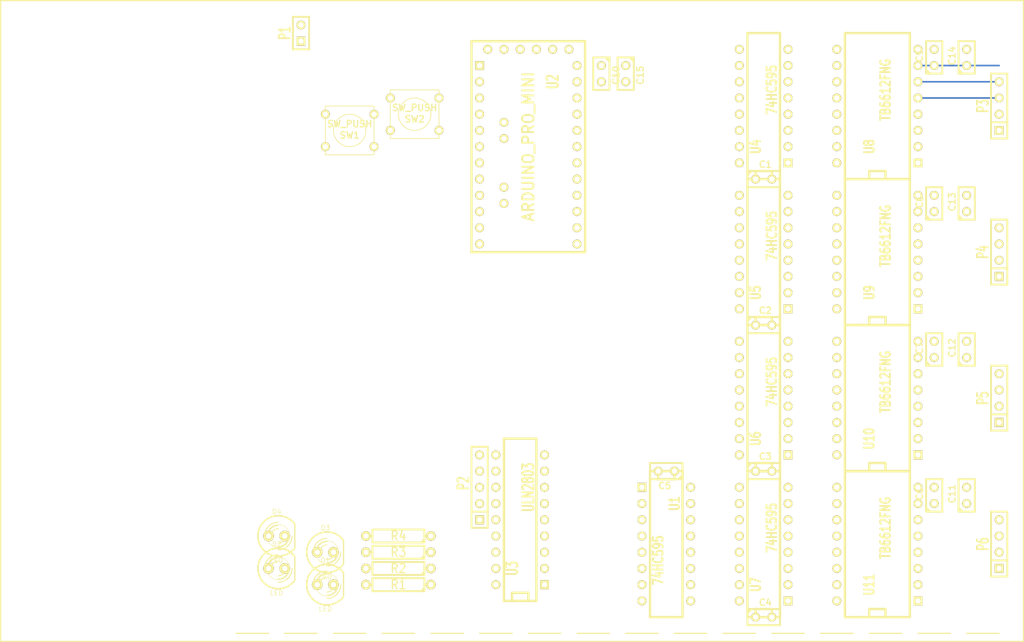
<source format=kicad_pcb>
(kicad_pcb (version 3) (host pcbnew "(22-Jun-2014 BZR 4027)-stable")

  (general
    (links 175)
    (no_connects 171)
    (area 0 0 0 0)
    (thickness 1.6)
    (drawings 20)
    (tracks 5)
    (zones 0)
    (modules 42)
    (nets 78)
  )

  (page A4)
  (layers
    (15 F.Cu signal)
    (0 B.Cu signal)
    (16 B.Adhes user)
    (17 F.Adhes user)
    (18 B.Paste user)
    (19 F.Paste user)
    (20 B.SilkS user)
    (21 F.SilkS user)
    (22 B.Mask user)
    (23 F.Mask user)
    (24 Dwgs.User user)
    (25 Cmts.User user)
    (26 Eco1.User user)
    (27 Eco2.User user)
    (28 Edge.Cuts user)
  )

  (setup
    (last_trace_width 0.254)
    (trace_clearance 0.254)
    (zone_clearance 0.508)
    (zone_45_only no)
    (trace_min 0.254)
    (segment_width 0.2)
    (edge_width 0.1)
    (via_size 0.889)
    (via_drill 0.635)
    (via_min_size 0.889)
    (via_min_drill 0.508)
    (uvia_size 0.508)
    (uvia_drill 0.127)
    (uvias_allowed no)
    (uvia_min_size 0.508)
    (uvia_min_drill 0.127)
    (pcb_text_width 0.3)
    (pcb_text_size 1.5 1.5)
    (mod_edge_width 0.381)
    (mod_text_size 1 1)
    (mod_text_width 0.15)
    (pad_size 1.397 1.397)
    (pad_drill 0.8128)
    (pad_to_mask_clearance 0)
    (aux_axis_origin 0 0)
    (visible_elements FFFFFFBF)
    (pcbplotparams
      (layerselection 3178497)
      (usegerberextensions true)
      (excludeedgelayer true)
      (linewidth 0.150000)
      (plotframeref false)
      (viasonmask false)
      (mode 1)
      (useauxorigin false)
      (hpglpennumber 1)
      (hpglpenspeed 20)
      (hpglpendiameter 15)
      (hpglpenoverlay 2)
      (psnegative false)
      (psa4output false)
      (plotreference true)
      (plotvalue true)
      (plotothertext true)
      (plotinvisibletext false)
      (padsonsilk false)
      (subtractmaskfromsilk false)
      (outputformat 1)
      (mirror false)
      (drillshape 1)
      (scaleselection 1)
      (outputdirectory ""))
  )

  (net 0 "")
  (net 1 GND)
  (net 2 N-000001)
  (net 3 N-0000010)
  (net 4 N-0000011)
  (net 5 N-0000012)
  (net 6 N-0000013)
  (net 7 N-0000014)
  (net 8 N-0000015)
  (net 9 N-0000016)
  (net 10 N-0000017)
  (net 11 N-0000018)
  (net 12 N-0000019)
  (net 13 N-000002)
  (net 14 N-0000020)
  (net 15 N-0000021)
  (net 16 N-0000022)
  (net 17 N-0000023)
  (net 18 N-0000024)
  (net 19 N-0000025)
  (net 20 N-0000026)
  (net 21 N-0000027)
  (net 22 N-0000028)
  (net 23 N-0000029)
  (net 24 N-000003)
  (net 25 N-0000030)
  (net 26 N-0000031)
  (net 27 N-0000032)
  (net 28 N-0000033)
  (net 29 N-0000034)
  (net 30 N-0000035)
  (net 31 N-0000036)
  (net 32 N-0000037)
  (net 33 N-0000038)
  (net 34 N-0000039)
  (net 35 N-000004)
  (net 36 N-0000040)
  (net 37 N-0000041)
  (net 38 N-0000042)
  (net 39 N-0000043)
  (net 40 N-0000044)
  (net 41 N-0000045)
  (net 42 N-0000046)
  (net 43 N-0000047)
  (net 44 N-0000048)
  (net 45 N-0000049)
  (net 46 N-000005)
  (net 47 N-0000050)
  (net 48 N-0000051)
  (net 49 N-0000052)
  (net 50 N-0000053)
  (net 51 N-0000054)
  (net 52 N-0000055)
  (net 53 N-0000056)
  (net 54 N-0000059)
  (net 55 N-000006)
  (net 56 N-0000060)
  (net 57 N-0000061)
  (net 58 N-0000062)
  (net 59 N-0000064)
  (net 60 N-0000065)
  (net 61 N-0000066)
  (net 62 N-0000068)
  (net 63 N-0000069)
  (net 64 N-000007)
  (net 65 N-0000070)
  (net 66 N-0000071)
  (net 67 N-0000072)
  (net 68 N-0000073)
  (net 69 N-0000074)
  (net 70 N-000008)
  (net 71 N-000009)
  (net 72 N-0000092)
  (net 73 N-0000093)
  (net 74 N-0000094)
  (net 75 N-0000095)
  (net 76 VCC)
  (net 77 VMOT)

  (net_class Default "Ceci est la Netclass par défaut"
    (clearance 0.254)
    (trace_width 0.254)
    (via_dia 0.889)
    (via_drill 0.635)
    (uvia_dia 0.508)
    (uvia_drill 0.127)
    (add_net "")
    (add_net GND)
    (add_net N-000001)
    (add_net N-0000010)
    (add_net N-0000011)
    (add_net N-0000012)
    (add_net N-0000013)
    (add_net N-0000014)
    (add_net N-0000015)
    (add_net N-0000016)
    (add_net N-0000017)
    (add_net N-0000018)
    (add_net N-0000019)
    (add_net N-000002)
    (add_net N-0000020)
    (add_net N-0000021)
    (add_net N-0000022)
    (add_net N-0000023)
    (add_net N-0000024)
    (add_net N-0000025)
    (add_net N-0000026)
    (add_net N-0000027)
    (add_net N-0000028)
    (add_net N-0000029)
    (add_net N-000003)
    (add_net N-0000030)
    (add_net N-0000031)
    (add_net N-0000032)
    (add_net N-0000033)
    (add_net N-0000034)
    (add_net N-0000035)
    (add_net N-0000036)
    (add_net N-0000037)
    (add_net N-0000038)
    (add_net N-0000039)
    (add_net N-000004)
    (add_net N-0000040)
    (add_net N-0000041)
    (add_net N-0000042)
    (add_net N-0000043)
    (add_net N-0000044)
    (add_net N-0000045)
    (add_net N-0000046)
    (add_net N-0000047)
    (add_net N-0000048)
    (add_net N-0000049)
    (add_net N-000005)
    (add_net N-0000050)
    (add_net N-0000051)
    (add_net N-0000052)
    (add_net N-0000053)
    (add_net N-0000054)
    (add_net N-0000055)
    (add_net N-0000056)
    (add_net N-0000059)
    (add_net N-000006)
    (add_net N-0000060)
    (add_net N-0000061)
    (add_net N-0000062)
    (add_net N-0000064)
    (add_net N-0000065)
    (add_net N-0000066)
    (add_net N-0000068)
    (add_net N-0000069)
    (add_net N-000007)
    (add_net N-0000070)
    (add_net N-0000071)
    (add_net N-0000072)
    (add_net N-0000073)
    (add_net N-0000074)
    (add_net N-000008)
    (add_net N-000009)
    (add_net N-0000092)
    (add_net N-0000093)
    (add_net N-0000094)
    (add_net N-0000095)
    (add_net VCC)
    (add_net VMOT)
  )

  (module SW_PUSH_SMALL (layer F.Cu) (tedit 46544DB3) (tstamp 53F30217)
    (at 67.31 33.02 180)
    (path /53F10409)
    (fp_text reference SW1 (at 0 -0.762 180) (layer F.SilkS)
      (effects (font (size 1.016 1.016) (thickness 0.2032)))
    )
    (fp_text value SW_PUSH (at 0 1.016 180) (layer F.SilkS)
      (effects (font (size 1.016 1.016) (thickness 0.2032)))
    )
    (fp_circle (center 0 0) (end 0 -2.54) (layer F.SilkS) (width 0.127))
    (fp_line (start -3.81 -3.81) (end 3.81 -3.81) (layer F.SilkS) (width 0.127))
    (fp_line (start 3.81 -3.81) (end 3.81 3.81) (layer F.SilkS) (width 0.127))
    (fp_line (start 3.81 3.81) (end -3.81 3.81) (layer F.SilkS) (width 0.127))
    (fp_line (start -3.81 -3.81) (end -3.81 3.81) (layer F.SilkS) (width 0.127))
    (pad 1 thru_hole circle (at 3.81 -2.54 180) (size 1.397 1.397) (drill 0.8128)
      (layers *.Cu *.Mask F.SilkS)
      (net 30 N-0000035)
    )
    (pad 2 thru_hole circle (at 3.81 2.54 180) (size 1.397 1.397) (drill 0.8128)
      (layers *.Cu *.Mask F.SilkS)
      (net 1 GND)
    )
    (pad 1 thru_hole circle (at -3.81 -2.54 180) (size 1.397 1.397) (drill 0.8128)
      (layers *.Cu *.Mask F.SilkS)
      (net 30 N-0000035)
    )
    (pad 2 thru_hole circle (at -3.81 2.54 180) (size 1.397 1.397) (drill 0.8128)
      (layers *.Cu *.Mask F.SilkS)
      (net 1 GND)
    )
  )

  (module SW_PUSH_SMALL (layer F.Cu) (tedit 46544DB3) (tstamp 53F30224)
    (at 77.47 30.48 180)
    (path /53F10427)
    (fp_text reference SW2 (at 0 -0.762 180) (layer F.SilkS)
      (effects (font (size 1.016 1.016) (thickness 0.2032)))
    )
    (fp_text value SW_PUSH (at 0 1.016 180) (layer F.SilkS)
      (effects (font (size 1.016 1.016) (thickness 0.2032)))
    )
    (fp_circle (center 0 0) (end 0 -2.54) (layer F.SilkS) (width 0.127))
    (fp_line (start -3.81 -3.81) (end 3.81 -3.81) (layer F.SilkS) (width 0.127))
    (fp_line (start 3.81 -3.81) (end 3.81 3.81) (layer F.SilkS) (width 0.127))
    (fp_line (start 3.81 3.81) (end -3.81 3.81) (layer F.SilkS) (width 0.127))
    (fp_line (start -3.81 -3.81) (end -3.81 3.81) (layer F.SilkS) (width 0.127))
    (pad 1 thru_hole circle (at 3.81 -2.54 180) (size 1.397 1.397) (drill 0.8128)
      (layers *.Cu *.Mask F.SilkS)
      (net 34 N-0000039)
    )
    (pad 2 thru_hole circle (at 3.81 2.54 180) (size 1.397 1.397) (drill 0.8128)
      (layers *.Cu *.Mask F.SilkS)
      (net 1 GND)
    )
    (pad 1 thru_hole circle (at -3.81 -2.54 180) (size 1.397 1.397) (drill 0.8128)
      (layers *.Cu *.Mask F.SilkS)
      (net 34 N-0000039)
    )
    (pad 2 thru_hole circle (at -3.81 2.54 180) (size 1.397 1.397) (drill 0.8128)
      (layers *.Cu *.Mask F.SilkS)
      (net 1 GND)
    )
  )

  (module SIL-5 (layer F.Cu) (tedit 200000) (tstamp 53F30232)
    (at 87.63 87.63 90)
    (descr "Connecteur 5 pins")
    (tags "CONN DEV")
    (path /53F11B0B)
    (fp_text reference P2 (at -0.635 -2.54 90) (layer F.SilkS)
      (effects (font (size 1.72974 1.08712) (thickness 0.3048)))
    )
    (fp_text value CONN_5 (at 0 -2.54 90) (layer F.SilkS) hide
      (effects (font (size 1.524 1.016) (thickness 0.3048)))
    )
    (fp_line (start -7.62 1.27) (end -7.62 -1.27) (layer F.SilkS) (width 0.3048))
    (fp_line (start -7.62 -1.27) (end 5.08 -1.27) (layer F.SilkS) (width 0.3048))
    (fp_line (start 5.08 -1.27) (end 5.08 1.27) (layer F.SilkS) (width 0.3048))
    (fp_line (start 5.08 1.27) (end -7.62 1.27) (layer F.SilkS) (width 0.3048))
    (fp_line (start -5.08 1.27) (end -5.08 -1.27) (layer F.SilkS) (width 0.3048))
    (pad 1 thru_hole rect (at -6.35 0 90) (size 1.397 1.397) (drill 0.8128)
      (layers *.Cu *.Mask F.SilkS)
      (net 26 N-0000031)
    )
    (pad 2 thru_hole circle (at -3.81 0 90) (size 1.397 1.397) (drill 0.8128)
      (layers *.Cu *.Mask F.SilkS)
      (net 27 N-0000032)
    )
    (pad 3 thru_hole circle (at -1.27 0 90) (size 1.397 1.397) (drill 0.8128)
      (layers *.Cu *.Mask F.SilkS)
      (net 28 N-0000033)
    )
    (pad 4 thru_hole circle (at 1.27 0 90) (size 1.397 1.397) (drill 0.8128)
      (layers *.Cu *.Mask F.SilkS)
      (net 29 N-0000034)
    )
    (pad 5 thru_hole circle (at 3.81 0 90) (size 1.397 1.397) (drill 0.8128)
      (layers *.Cu *.Mask F.SilkS)
      (net 77 VMOT)
    )
  )

  (module SIL-4 (layer F.Cu) (tedit 200000) (tstamp 53F30241)
    (at 168.91 52.07 90)
    (descr "Connecteur 4 pibs")
    (tags "CONN DEV")
    (path /53F14961)
    (fp_text reference P4 (at 0 -2.54 90) (layer F.SilkS)
      (effects (font (size 1.73482 1.08712) (thickness 0.3048)))
    )
    (fp_text value CONN_4 (at 0 -2.54 90) (layer F.SilkS) hide
      (effects (font (size 1.524 1.016) (thickness 0.3048)))
    )
    (fp_line (start -5.08 -1.27) (end -5.08 -1.27) (layer F.SilkS) (width 0.3048))
    (fp_line (start -5.08 1.27) (end -5.08 -1.27) (layer F.SilkS) (width 0.3048))
    (fp_line (start -5.08 -1.27) (end -5.08 -1.27) (layer F.SilkS) (width 0.3048))
    (fp_line (start -5.08 -1.27) (end 5.08 -1.27) (layer F.SilkS) (width 0.3048))
    (fp_line (start 5.08 -1.27) (end 5.08 1.27) (layer F.SilkS) (width 0.3048))
    (fp_line (start 5.08 1.27) (end -5.08 1.27) (layer F.SilkS) (width 0.3048))
    (fp_line (start -2.54 1.27) (end -2.54 -1.27) (layer F.SilkS) (width 0.3048))
    (pad 1 thru_hole rect (at -3.81 0 90) (size 1.397 1.397) (drill 0.8128)
      (layers *.Cu *.Mask F.SilkS)
      (net 9 N-0000016)
    )
    (pad 2 thru_hole circle (at -1.27 0 90) (size 1.397 1.397) (drill 0.8128)
      (layers *.Cu *.Mask F.SilkS)
      (net 8 N-0000015)
    )
    (pad 3 thru_hole circle (at 1.27 0 90) (size 1.397 1.397) (drill 0.8128)
      (layers *.Cu *.Mask F.SilkS)
      (net 58 N-0000062)
    )
    (pad 4 thru_hole circle (at 3.81 0 90) (size 1.397 1.397) (drill 0.8128)
      (layers *.Cu *.Mask F.SilkS)
      (net 67 N-0000072)
    )
  )

  (module SIL-4 (layer F.Cu) (tedit 200000) (tstamp 53F30250)
    (at 168.91 29.21 90)
    (descr "Connecteur 4 pibs")
    (tags "CONN DEV")
    (path /53F0F496)
    (fp_text reference P3 (at 0 -2.54 90) (layer F.SilkS)
      (effects (font (size 1.73482 1.08712) (thickness 0.3048)))
    )
    (fp_text value CONN_4 (at 0 -2.54 90) (layer F.SilkS) hide
      (effects (font (size 1.524 1.016) (thickness 0.3048)))
    )
    (fp_line (start -5.08 -1.27) (end -5.08 -1.27) (layer F.SilkS) (width 0.3048))
    (fp_line (start -5.08 1.27) (end -5.08 -1.27) (layer F.SilkS) (width 0.3048))
    (fp_line (start -5.08 -1.27) (end -5.08 -1.27) (layer F.SilkS) (width 0.3048))
    (fp_line (start -5.08 -1.27) (end 5.08 -1.27) (layer F.SilkS) (width 0.3048))
    (fp_line (start 5.08 -1.27) (end 5.08 1.27) (layer F.SilkS) (width 0.3048))
    (fp_line (start 5.08 1.27) (end -5.08 1.27) (layer F.SilkS) (width 0.3048))
    (fp_line (start -2.54 1.27) (end -2.54 -1.27) (layer F.SilkS) (width 0.3048))
    (pad 1 thru_hole rect (at -3.81 0 90) (size 1.397 1.397) (drill 0.8128)
      (layers *.Cu *.Mask F.SilkS)
      (net 32 N-0000037)
    )
    (pad 2 thru_hole circle (at -1.27 0 90) (size 1.397 1.397) (drill 0.8128)
      (layers *.Cu *.Mask F.SilkS)
      (net 31 N-0000036)
    )
    (pad 3 thru_hole circle (at 1.27 0 90) (size 1.397 1.397) (drill 0.8128)
      (layers *.Cu *.Mask F.SilkS)
      (net 54 N-0000059)
    )
    (pad 4 thru_hole circle (at 3.81 0 90) (size 1.397 1.397) (drill 0.8128)
      (layers *.Cu *.Mask F.SilkS)
      (net 66 N-0000071)
    )
  )

  (module SIL-4 (layer F.Cu) (tedit 200000) (tstamp 53F3025F)
    (at 168.91 74.93 90)
    (descr "Connecteur 4 pibs")
    (tags "CONN DEV")
    (path /53F1499C)
    (fp_text reference P5 (at 0 -2.54 90) (layer F.SilkS)
      (effects (font (size 1.73482 1.08712) (thickness 0.3048)))
    )
    (fp_text value CONN_4 (at 0 -2.54 90) (layer F.SilkS) hide
      (effects (font (size 1.524 1.016) (thickness 0.3048)))
    )
    (fp_line (start -5.08 -1.27) (end -5.08 -1.27) (layer F.SilkS) (width 0.3048))
    (fp_line (start -5.08 1.27) (end -5.08 -1.27) (layer F.SilkS) (width 0.3048))
    (fp_line (start -5.08 -1.27) (end -5.08 -1.27) (layer F.SilkS) (width 0.3048))
    (fp_line (start -5.08 -1.27) (end 5.08 -1.27) (layer F.SilkS) (width 0.3048))
    (fp_line (start 5.08 -1.27) (end 5.08 1.27) (layer F.SilkS) (width 0.3048))
    (fp_line (start 5.08 1.27) (end -5.08 1.27) (layer F.SilkS) (width 0.3048))
    (fp_line (start -2.54 1.27) (end -2.54 -1.27) (layer F.SilkS) (width 0.3048))
    (pad 1 thru_hole rect (at -3.81 0 90) (size 1.397 1.397) (drill 0.8128)
      (layers *.Cu *.Mask F.SilkS)
      (net 55 N-000006)
    )
    (pad 2 thru_hole circle (at -1.27 0 90) (size 1.397 1.397) (drill 0.8128)
      (layers *.Cu *.Mask F.SilkS)
      (net 46 N-000005)
    )
    (pad 3 thru_hole circle (at 1.27 0 90) (size 1.397 1.397) (drill 0.8128)
      (layers *.Cu *.Mask F.SilkS)
      (net 57 N-0000061)
    )
    (pad 4 thru_hole circle (at 3.81 0 90) (size 1.397 1.397) (drill 0.8128)
      (layers *.Cu *.Mask F.SilkS)
      (net 68 N-0000073)
    )
  )

  (module SIL-4 (layer F.Cu) (tedit 200000) (tstamp 53F3026E)
    (at 168.91 97.79 90)
    (descr "Connecteur 4 pibs")
    (tags "CONN DEV")
    (path /53F1489B)
    (fp_text reference P6 (at 0 -2.54 90) (layer F.SilkS)
      (effects (font (size 1.73482 1.08712) (thickness 0.3048)))
    )
    (fp_text value CONN_4 (at 0 -2.54 90) (layer F.SilkS) hide
      (effects (font (size 1.524 1.016) (thickness 0.3048)))
    )
    (fp_line (start -5.08 -1.27) (end -5.08 -1.27) (layer F.SilkS) (width 0.3048))
    (fp_line (start -5.08 1.27) (end -5.08 -1.27) (layer F.SilkS) (width 0.3048))
    (fp_line (start -5.08 -1.27) (end -5.08 -1.27) (layer F.SilkS) (width 0.3048))
    (fp_line (start -5.08 -1.27) (end 5.08 -1.27) (layer F.SilkS) (width 0.3048))
    (fp_line (start 5.08 -1.27) (end 5.08 1.27) (layer F.SilkS) (width 0.3048))
    (fp_line (start 5.08 1.27) (end -5.08 1.27) (layer F.SilkS) (width 0.3048))
    (fp_line (start -2.54 1.27) (end -2.54 -1.27) (layer F.SilkS) (width 0.3048))
    (pad 1 thru_hole rect (at -3.81 0 90) (size 1.397 1.397) (drill 0.8128)
      (layers *.Cu *.Mask F.SilkS)
      (net 39 N-0000043)
    )
    (pad 2 thru_hole circle (at -1.27 0 90) (size 1.397 1.397) (drill 0.8128)
      (layers *.Cu *.Mask F.SilkS)
      (net 38 N-0000042)
    )
    (pad 3 thru_hole circle (at 1.27 0 90) (size 1.397 1.397) (drill 0.8128)
      (layers *.Cu *.Mask F.SilkS)
      (net 56 N-0000060)
    )
    (pad 4 thru_hole circle (at 3.81 0 90) (size 1.397 1.397) (drill 0.8128)
      (layers *.Cu *.Mask F.SilkS)
      (net 69 N-0000074)
    )
  )

  (module SIL-2 (layer F.Cu) (tedit 200000) (tstamp 53F30278)
    (at 59.69 17.78 90)
    (descr "Connecteurs 2 pins")
    (tags "CONN DEV")
    (path /53F12B9E)
    (fp_text reference P1 (at 0 -2.54 90) (layer F.SilkS)
      (effects (font (size 1.72974 1.08712) (thickness 0.3048)))
    )
    (fp_text value CONN_2 (at 0 -2.54 90) (layer F.SilkS) hide
      (effects (font (size 1.524 1.016) (thickness 0.3048)))
    )
    (fp_line (start -2.54 1.27) (end -2.54 -1.27) (layer F.SilkS) (width 0.3048))
    (fp_line (start -2.54 -1.27) (end 2.54 -1.27) (layer F.SilkS) (width 0.3048))
    (fp_line (start 2.54 -1.27) (end 2.54 1.27) (layer F.SilkS) (width 0.3048))
    (fp_line (start 2.54 1.27) (end -2.54 1.27) (layer F.SilkS) (width 0.3048))
    (pad 1 thru_hole rect (at -1.27 0 90) (size 1.397 1.397) (drill 0.8128)
      (layers *.Cu *.Mask F.SilkS)
      (net 1 GND)
    )
    (pad 2 thru_hole circle (at 1.27 0 90) (size 1.397 1.397) (drill 0.8128)
      (layers *.Cu *.Mask F.SilkS)
      (net 77 VMOT)
    )
  )

  (module R4 (layer F.Cu) (tedit 200000) (tstamp 53F30286)
    (at 74.93 99.06 180)
    (descr "Resitance 4 pas")
    (tags R)
    (path /53F10B22)
    (autoplace_cost180 10)
    (fp_text reference R3 (at 0 0 180) (layer F.SilkS)
      (effects (font (size 1.397 1.27) (thickness 0.2032)))
    )
    (fp_text value R (at 0 0 180) (layer F.SilkS) hide
      (effects (font (size 1.397 1.27) (thickness 0.2032)))
    )
    (fp_line (start -5.08 0) (end -4.064 0) (layer F.SilkS) (width 0.3048))
    (fp_line (start -4.064 0) (end -4.064 -1.016) (layer F.SilkS) (width 0.3048))
    (fp_line (start -4.064 -1.016) (end 4.064 -1.016) (layer F.SilkS) (width 0.3048))
    (fp_line (start 4.064 -1.016) (end 4.064 1.016) (layer F.SilkS) (width 0.3048))
    (fp_line (start 4.064 1.016) (end -4.064 1.016) (layer F.SilkS) (width 0.3048))
    (fp_line (start -4.064 1.016) (end -4.064 0) (layer F.SilkS) (width 0.3048))
    (fp_line (start -4.064 -0.508) (end -3.556 -1.016) (layer F.SilkS) (width 0.3048))
    (fp_line (start 5.08 0) (end 4.064 0) (layer F.SilkS) (width 0.3048))
    (pad 1 thru_hole circle (at -5.08 0 180) (size 1.524 1.524) (drill 0.8128)
      (layers *.Cu *.Mask F.SilkS)
      (net 16 N-0000022)
    )
    (pad 2 thru_hole circle (at 5.08 0 180) (size 1.524 1.524) (drill 0.8128)
      (layers *.Cu *.Mask F.SilkS)
      (net 47 N-0000050)
    )
    (model discret/resistor.wrl
      (at (xyz 0 0 0))
      (scale (xyz 0.4 0.4 0.4))
      (rotate (xyz 0 0 0))
    )
  )

  (module R4 (layer F.Cu) (tedit 200000) (tstamp 53F30294)
    (at 74.93 96.52 180)
    (descr "Resitance 4 pas")
    (tags R)
    (path /53F10B31)
    (autoplace_cost180 10)
    (fp_text reference R4 (at 0 0 180) (layer F.SilkS)
      (effects (font (size 1.397 1.27) (thickness 0.2032)))
    )
    (fp_text value R (at 0 0 180) (layer F.SilkS) hide
      (effects (font (size 1.397 1.27) (thickness 0.2032)))
    )
    (fp_line (start -5.08 0) (end -4.064 0) (layer F.SilkS) (width 0.3048))
    (fp_line (start -4.064 0) (end -4.064 -1.016) (layer F.SilkS) (width 0.3048))
    (fp_line (start -4.064 -1.016) (end 4.064 -1.016) (layer F.SilkS) (width 0.3048))
    (fp_line (start 4.064 -1.016) (end 4.064 1.016) (layer F.SilkS) (width 0.3048))
    (fp_line (start 4.064 1.016) (end -4.064 1.016) (layer F.SilkS) (width 0.3048))
    (fp_line (start -4.064 1.016) (end -4.064 0) (layer F.SilkS) (width 0.3048))
    (fp_line (start -4.064 -0.508) (end -3.556 -1.016) (layer F.SilkS) (width 0.3048))
    (fp_line (start 5.08 0) (end 4.064 0) (layer F.SilkS) (width 0.3048))
    (pad 1 thru_hole circle (at -5.08 0 180) (size 1.524 1.524) (drill 0.8128)
      (layers *.Cu *.Mask F.SilkS)
      (net 19 N-0000025)
    )
    (pad 2 thru_hole circle (at 5.08 0 180) (size 1.524 1.524) (drill 0.8128)
      (layers *.Cu *.Mask F.SilkS)
      (net 48 N-0000051)
    )
    (model discret/resistor.wrl
      (at (xyz 0 0 0))
      (scale (xyz 0.4 0.4 0.4))
      (rotate (xyz 0 0 0))
    )
  )

  (module R4 (layer F.Cu) (tedit 200000) (tstamp 53F302A2)
    (at 74.93 101.6 180)
    (descr "Resitance 4 pas")
    (tags R)
    (path /53F10B13)
    (autoplace_cost180 10)
    (fp_text reference R2 (at 0 0 180) (layer F.SilkS)
      (effects (font (size 1.397 1.27) (thickness 0.2032)))
    )
    (fp_text value R (at 0 0 180) (layer F.SilkS) hide
      (effects (font (size 1.397 1.27) (thickness 0.2032)))
    )
    (fp_line (start -5.08 0) (end -4.064 0) (layer F.SilkS) (width 0.3048))
    (fp_line (start -4.064 0) (end -4.064 -1.016) (layer F.SilkS) (width 0.3048))
    (fp_line (start -4.064 -1.016) (end 4.064 -1.016) (layer F.SilkS) (width 0.3048))
    (fp_line (start 4.064 -1.016) (end 4.064 1.016) (layer F.SilkS) (width 0.3048))
    (fp_line (start 4.064 1.016) (end -4.064 1.016) (layer F.SilkS) (width 0.3048))
    (fp_line (start -4.064 1.016) (end -4.064 0) (layer F.SilkS) (width 0.3048))
    (fp_line (start -4.064 -0.508) (end -3.556 -1.016) (layer F.SilkS) (width 0.3048))
    (fp_line (start 5.08 0) (end 4.064 0) (layer F.SilkS) (width 0.3048))
    (pad 1 thru_hole circle (at -5.08 0 180) (size 1.524 1.524) (drill 0.8128)
      (layers *.Cu *.Mask F.SilkS)
      (net 17 N-0000023)
    )
    (pad 2 thru_hole circle (at 5.08 0 180) (size 1.524 1.524) (drill 0.8128)
      (layers *.Cu *.Mask F.SilkS)
      (net 45 N-0000049)
    )
    (model discret/resistor.wrl
      (at (xyz 0 0 0))
      (scale (xyz 0.4 0.4 0.4))
      (rotate (xyz 0 0 0))
    )
  )

  (module R4 (layer F.Cu) (tedit 200000) (tstamp 53F302B0)
    (at 74.93 104.14 180)
    (descr "Resitance 4 pas")
    (tags R)
    (path /53F10B04)
    (autoplace_cost180 10)
    (fp_text reference R1 (at 0 0 180) (layer F.SilkS)
      (effects (font (size 1.397 1.27) (thickness 0.2032)))
    )
    (fp_text value R (at 0 0 180) (layer F.SilkS) hide
      (effects (font (size 1.397 1.27) (thickness 0.2032)))
    )
    (fp_line (start -5.08 0) (end -4.064 0) (layer F.SilkS) (width 0.3048))
    (fp_line (start -4.064 0) (end -4.064 -1.016) (layer F.SilkS) (width 0.3048))
    (fp_line (start -4.064 -1.016) (end 4.064 -1.016) (layer F.SilkS) (width 0.3048))
    (fp_line (start 4.064 -1.016) (end 4.064 1.016) (layer F.SilkS) (width 0.3048))
    (fp_line (start 4.064 1.016) (end -4.064 1.016) (layer F.SilkS) (width 0.3048))
    (fp_line (start -4.064 1.016) (end -4.064 0) (layer F.SilkS) (width 0.3048))
    (fp_line (start -4.064 -0.508) (end -3.556 -1.016) (layer F.SilkS) (width 0.3048))
    (fp_line (start 5.08 0) (end 4.064 0) (layer F.SilkS) (width 0.3048))
    (pad 1 thru_hole circle (at -5.08 0 180) (size 1.524 1.524) (drill 0.8128)
      (layers *.Cu *.Mask F.SilkS)
      (net 18 N-0000024)
    )
    (pad 2 thru_hole circle (at 5.08 0 180) (size 1.524 1.524) (drill 0.8128)
      (layers *.Cu *.Mask F.SilkS)
      (net 33 N-0000038)
    )
    (model discret/resistor.wrl
      (at (xyz 0 0 0))
      (scale (xyz 0.4 0.4 0.4))
      (rotate (xyz 0 0 0))
    )
  )

  (module LED-5MM (layer F.Cu) (tedit 50ADE86B) (tstamp 53F302BF)
    (at 63.5 104.14)
    (descr "LED 5mm - Lead pitch 100mil (2,54mm)")
    (tags "LED led 5mm 5MM 100mil 2,54mm")
    (path /53F10B7C)
    (fp_text reference D1 (at 0 -3.81) (layer F.SilkS)
      (effects (font (size 0.762 0.762) (thickness 0.0889)))
    )
    (fp_text value LED (at 0 3.81) (layer F.SilkS)
      (effects (font (size 0.762 0.762) (thickness 0.0889)))
    )
    (fp_line (start 2.8448 1.905) (end 2.8448 -1.905) (layer F.SilkS) (width 0.2032))
    (fp_circle (center 0.254 0) (end -1.016 1.27) (layer F.SilkS) (width 0.0762))
    (fp_arc (start 0.254 0) (end 2.794 1.905) (angle 286.2) (layer F.SilkS) (width 0.254))
    (fp_arc (start 0.254 0) (end -0.889 0) (angle 90) (layer F.SilkS) (width 0.1524))
    (fp_arc (start 0.254 0) (end 1.397 0) (angle 90) (layer F.SilkS) (width 0.1524))
    (fp_arc (start 0.254 0) (end -1.397 0) (angle 90) (layer F.SilkS) (width 0.1524))
    (fp_arc (start 0.254 0) (end 1.905 0) (angle 90) (layer F.SilkS) (width 0.1524))
    (fp_arc (start 0.254 0) (end -1.905 0) (angle 90) (layer F.SilkS) (width 0.1524))
    (fp_arc (start 0.254 0) (end 2.413 0) (angle 90) (layer F.SilkS) (width 0.1524))
    (pad 1 thru_hole circle (at -1.27 0) (size 1.6764 1.6764) (drill 0.8128)
      (layers *.Cu *.Mask F.SilkS)
      (net 77 VMOT)
    )
    (pad 2 thru_hole circle (at 1.27 0) (size 1.6764 1.6764) (drill 0.8128)
      (layers *.Cu *.Mask F.SilkS)
      (net 33 N-0000038)
    )
    (model discret/leds/led5_vertical_verde.wrl
      (at (xyz 0 0 0))
      (scale (xyz 1 1 1))
      (rotate (xyz 0 0 0))
    )
  )

  (module LED-5MM (layer F.Cu) (tedit 50ADE86B) (tstamp 53F302CE)
    (at 55.88 101.6)
    (descr "LED 5mm - Lead pitch 100mil (2,54mm)")
    (tags "LED led 5mm 5MM 100mil 2,54mm")
    (path /53F10BA7)
    (fp_text reference D2 (at 0 -3.81) (layer F.SilkS)
      (effects (font (size 0.762 0.762) (thickness 0.0889)))
    )
    (fp_text value LED (at 0 3.81) (layer F.SilkS)
      (effects (font (size 0.762 0.762) (thickness 0.0889)))
    )
    (fp_line (start 2.8448 1.905) (end 2.8448 -1.905) (layer F.SilkS) (width 0.2032))
    (fp_circle (center 0.254 0) (end -1.016 1.27) (layer F.SilkS) (width 0.0762))
    (fp_arc (start 0.254 0) (end 2.794 1.905) (angle 286.2) (layer F.SilkS) (width 0.254))
    (fp_arc (start 0.254 0) (end -0.889 0) (angle 90) (layer F.SilkS) (width 0.1524))
    (fp_arc (start 0.254 0) (end 1.397 0) (angle 90) (layer F.SilkS) (width 0.1524))
    (fp_arc (start 0.254 0) (end -1.397 0) (angle 90) (layer F.SilkS) (width 0.1524))
    (fp_arc (start 0.254 0) (end 1.905 0) (angle 90) (layer F.SilkS) (width 0.1524))
    (fp_arc (start 0.254 0) (end -1.905 0) (angle 90) (layer F.SilkS) (width 0.1524))
    (fp_arc (start 0.254 0) (end 2.413 0) (angle 90) (layer F.SilkS) (width 0.1524))
    (pad 1 thru_hole circle (at -1.27 0) (size 1.6764 1.6764) (drill 0.8128)
      (layers *.Cu *.Mask F.SilkS)
      (net 77 VMOT)
    )
    (pad 2 thru_hole circle (at 1.27 0) (size 1.6764 1.6764) (drill 0.8128)
      (layers *.Cu *.Mask F.SilkS)
      (net 45 N-0000049)
    )
    (model discret/leds/led5_vertical_verde.wrl
      (at (xyz 0 0 0))
      (scale (xyz 1 1 1))
      (rotate (xyz 0 0 0))
    )
  )

  (module LED-5MM (layer F.Cu) (tedit 50ADE86B) (tstamp 53F302DD)
    (at 63.5 99.06)
    (descr "LED 5mm - Lead pitch 100mil (2,54mm)")
    (tags "LED led 5mm 5MM 100mil 2,54mm")
    (path /53F10BAD)
    (fp_text reference D3 (at 0 -3.81) (layer F.SilkS)
      (effects (font (size 0.762 0.762) (thickness 0.0889)))
    )
    (fp_text value LED (at 0 3.81) (layer F.SilkS)
      (effects (font (size 0.762 0.762) (thickness 0.0889)))
    )
    (fp_line (start 2.8448 1.905) (end 2.8448 -1.905) (layer F.SilkS) (width 0.2032))
    (fp_circle (center 0.254 0) (end -1.016 1.27) (layer F.SilkS) (width 0.0762))
    (fp_arc (start 0.254 0) (end 2.794 1.905) (angle 286.2) (layer F.SilkS) (width 0.254))
    (fp_arc (start 0.254 0) (end -0.889 0) (angle 90) (layer F.SilkS) (width 0.1524))
    (fp_arc (start 0.254 0) (end 1.397 0) (angle 90) (layer F.SilkS) (width 0.1524))
    (fp_arc (start 0.254 0) (end -1.397 0) (angle 90) (layer F.SilkS) (width 0.1524))
    (fp_arc (start 0.254 0) (end 1.905 0) (angle 90) (layer F.SilkS) (width 0.1524))
    (fp_arc (start 0.254 0) (end -1.905 0) (angle 90) (layer F.SilkS) (width 0.1524))
    (fp_arc (start 0.254 0) (end 2.413 0) (angle 90) (layer F.SilkS) (width 0.1524))
    (pad 1 thru_hole circle (at -1.27 0) (size 1.6764 1.6764) (drill 0.8128)
      (layers *.Cu *.Mask F.SilkS)
      (net 77 VMOT)
    )
    (pad 2 thru_hole circle (at 1.27 0) (size 1.6764 1.6764) (drill 0.8128)
      (layers *.Cu *.Mask F.SilkS)
      (net 47 N-0000050)
    )
    (model discret/leds/led5_vertical_verde.wrl
      (at (xyz 0 0 0))
      (scale (xyz 1 1 1))
      (rotate (xyz 0 0 0))
    )
  )

  (module LED-5MM (layer F.Cu) (tedit 50ADE86B) (tstamp 53F302EC)
    (at 55.88 96.52)
    (descr "LED 5mm - Lead pitch 100mil (2,54mm)")
    (tags "LED led 5mm 5MM 100mil 2,54mm")
    (path /53F10BB3)
    (fp_text reference D4 (at 0 -3.81) (layer F.SilkS)
      (effects (font (size 0.762 0.762) (thickness 0.0889)))
    )
    (fp_text value LED (at 0 3.81) (layer F.SilkS)
      (effects (font (size 0.762 0.762) (thickness 0.0889)))
    )
    (fp_line (start 2.8448 1.905) (end 2.8448 -1.905) (layer F.SilkS) (width 0.2032))
    (fp_circle (center 0.254 0) (end -1.016 1.27) (layer F.SilkS) (width 0.0762))
    (fp_arc (start 0.254 0) (end 2.794 1.905) (angle 286.2) (layer F.SilkS) (width 0.254))
    (fp_arc (start 0.254 0) (end -0.889 0) (angle 90) (layer F.SilkS) (width 0.1524))
    (fp_arc (start 0.254 0) (end 1.397 0) (angle 90) (layer F.SilkS) (width 0.1524))
    (fp_arc (start 0.254 0) (end -1.397 0) (angle 90) (layer F.SilkS) (width 0.1524))
    (fp_arc (start 0.254 0) (end 1.905 0) (angle 90) (layer F.SilkS) (width 0.1524))
    (fp_arc (start 0.254 0) (end -1.905 0) (angle 90) (layer F.SilkS) (width 0.1524))
    (fp_arc (start 0.254 0) (end 2.413 0) (angle 90) (layer F.SilkS) (width 0.1524))
    (pad 1 thru_hole circle (at -1.27 0) (size 1.6764 1.6764) (drill 0.8128)
      (layers *.Cu *.Mask F.SilkS)
      (net 77 VMOT)
    )
    (pad 2 thru_hole circle (at 1.27 0) (size 1.6764 1.6764) (drill 0.8128)
      (layers *.Cu *.Mask F.SilkS)
      (net 48 N-0000051)
    )
    (model discret/leds/led5_vertical_verde.wrl
      (at (xyz 0 0 0))
      (scale (xyz 1 1 1))
      (rotate (xyz 0 0 0))
    )
  )

  (module DIP-18__300 (layer F.Cu) (tedit 200000) (tstamp 53F30309)
    (at 93.98 93.98 90)
    (descr "8 pins DIL package, round pads")
    (path /53F1045E)
    (fp_text reference U3 (at -7.62 -1.27 90) (layer F.SilkS)
      (effects (font (size 1.778 1.143) (thickness 0.3048)))
    )
    (fp_text value ULN2803 (at 5.08 1.27 90) (layer F.SilkS)
      (effects (font (size 1.778 1.143) (thickness 0.3048)))
    )
    (fp_line (start -12.7 -1.27) (end -11.43 -1.27) (layer F.SilkS) (width 0.381))
    (fp_line (start -11.43 -1.27) (end -11.43 1.27) (layer F.SilkS) (width 0.381))
    (fp_line (start -11.43 1.27) (end -12.7 1.27) (layer F.SilkS) (width 0.381))
    (fp_line (start -12.7 -2.54) (end 12.7 -2.54) (layer F.SilkS) (width 0.381))
    (fp_line (start 12.7 -2.54) (end 12.7 2.54) (layer F.SilkS) (width 0.381))
    (fp_line (start 12.7 2.54) (end -12.7 2.54) (layer F.SilkS) (width 0.381))
    (fp_line (start -12.7 2.54) (end -12.7 -2.54) (layer F.SilkS) (width 0.381))
    (pad 1 thru_hole rect (at -10.16 3.81 90) (size 1.397 1.397) (drill 0.8128)
      (layers *.Cu *.Mask F.SilkS)
      (net 15 N-0000021)
    )
    (pad 2 thru_hole circle (at -7.62 3.81 90) (size 1.397 1.397) (drill 0.8128)
      (layers *.Cu *.Mask F.SilkS)
      (net 20 N-0000026)
    )
    (pad 3 thru_hole circle (at -5.08 3.81 90) (size 1.397 1.397) (drill 0.8128)
      (layers *.Cu *.Mask F.SilkS)
      (net 21 N-0000027)
    )
    (pad 4 thru_hole circle (at -2.54 3.81 90) (size 1.397 1.397) (drill 0.8128)
      (layers *.Cu *.Mask F.SilkS)
      (net 63 N-0000069)
    )
    (pad 5 thru_hole circle (at 0 3.81 90) (size 1.397 1.397) (drill 0.8128)
      (layers *.Cu *.Mask F.SilkS)
      (net 62 N-0000068)
    )
    (pad 6 thru_hole circle (at 2.54 3.81 90) (size 1.397 1.397) (drill 0.8128)
      (layers *.Cu *.Mask F.SilkS)
      (net 65 N-0000070)
    )
    (pad 7 thru_hole circle (at 5.08 3.81 90) (size 1.397 1.397) (drill 0.8128)
      (layers *.Cu *.Mask F.SilkS)
      (net 60 N-0000065)
    )
    (pad 8 thru_hole circle (at 7.62 3.81 90) (size 1.397 1.397) (drill 0.8128)
      (layers *.Cu *.Mask F.SilkS)
      (net 61 N-0000066)
    )
    (pad 9 thru_hole circle (at 10.16 3.81 90) (size 1.397 1.397) (drill 0.8128)
      (layers *.Cu *.Mask F.SilkS)
      (net 1 GND)
    )
    (pad 10 thru_hole circle (at 10.16 -3.81 90) (size 1.397 1.397) (drill 0.8128)
      (layers *.Cu *.Mask F.SilkS)
      (net 77 VMOT)
    )
    (pad 11 thru_hole circle (at 7.62 -3.81 90) (size 1.397 1.397) (drill 0.8128)
      (layers *.Cu *.Mask F.SilkS)
      (net 29 N-0000034)
    )
    (pad 12 thru_hole circle (at 5.08 -3.81 90) (size 1.397 1.397) (drill 0.8128)
      (layers *.Cu *.Mask F.SilkS)
      (net 28 N-0000033)
    )
    (pad 13 thru_hole circle (at 2.54 -3.81 90) (size 1.397 1.397) (drill 0.8128)
      (layers *.Cu *.Mask F.SilkS)
      (net 27 N-0000032)
    )
    (pad 14 thru_hole circle (at 0 -3.81 90) (size 1.397 1.397) (drill 0.8128)
      (layers *.Cu *.Mask F.SilkS)
      (net 26 N-0000031)
    )
    (pad 15 thru_hole circle (at -2.54 -3.81 90) (size 1.397 1.397) (drill 0.8128)
      (layers *.Cu *.Mask F.SilkS)
      (net 19 N-0000025)
    )
    (pad 16 thru_hole circle (at -5.08 -3.81 90) (size 1.397 1.397) (drill 0.8128)
      (layers *.Cu *.Mask F.SilkS)
      (net 16 N-0000022)
    )
    (pad 17 thru_hole circle (at -7.62 -3.81 90) (size 1.397 1.397) (drill 0.8128)
      (layers *.Cu *.Mask F.SilkS)
      (net 17 N-0000023)
    )
    (pad 18 thru_hole circle (at -10.16 -3.81 90) (size 1.397 1.397) (drill 0.8128)
      (layers *.Cu *.Mask F.SilkS)
      (net 18 N-0000024)
    )
    (model dil/dil_18.wrl
      (at (xyz 0 0 0))
      (scale (xyz 1 1 1))
      (rotate (xyz 0 0 0))
    )
  )

  (module DIP-16__500 (layer F.Cu) (tedit 53F104E3) (tstamp 53F30325)
    (at 149.86 97.79 90)
    (descr "16 pins DIL package, round pads")
    (tags DIL)
    (path /53F14883)
    (fp_text reference U11 (at -6.35 -1.27 90) (layer F.SilkS)
      (effects (font (size 1.524 1.143) (thickness 0.3048)))
    )
    (fp_text value TB6612FNG (at 2.54 1.27 90) (layer F.SilkS)
      (effects (font (size 1.524 1.143) (thickness 0.28575)))
    )
    (fp_line (start 11.43 -5.08) (end 11.43 5.08) (layer F.SilkS) (width 0.381))
    (fp_line (start -11.43 5.08) (end -11.43 -5.08) (layer F.SilkS) (width 0.381))
    (fp_line (start -11.43 -1.27) (end -11.43 -1.27) (layer F.SilkS) (width 0.381))
    (fp_line (start -11.43 -1.27) (end -10.16 -1.27) (layer F.SilkS) (width 0.381))
    (fp_line (start -10.16 -1.27) (end -10.16 1.27) (layer F.SilkS) (width 0.381))
    (fp_line (start -10.16 1.27) (end -11.43 1.27) (layer F.SilkS) (width 0.381))
    (fp_line (start -11.43 -5.08) (end 11.43 -5.08) (layer F.SilkS) (width 0.381))
    (fp_line (start 11.43 5.08) (end -11.43 5.08) (layer F.SilkS) (width 0.381))
    (pad 1 thru_hole rect (at -8.89 6.35 90) (size 1.397 1.397) (drill 0.8128)
      (layers *.Cu *.Mask F.SilkS)
      (net 1 GND)
    )
    (pad 2 thru_hole circle (at -6.35 6.35 90) (size 1.397 1.397) (drill 0.8128)
      (layers *.Cu *.Mask F.SilkS)
      (net 76 VCC)
    )
    (pad 3 thru_hole circle (at -3.81 6.35 90) (size 1.397 1.397) (drill 0.8128)
      (layers *.Cu *.Mask F.SilkS)
      (net 39 N-0000043)
    )
    (pad 4 thru_hole circle (at -1.27 6.35 90) (size 1.397 1.397) (drill 0.8128)
      (layers *.Cu *.Mask F.SilkS)
      (net 38 N-0000042)
    )
    (pad 5 thru_hole circle (at 1.27 6.35 90) (size 1.397 1.397) (drill 0.8128)
      (layers *.Cu *.Mask F.SilkS)
      (net 56 N-0000060)
    )
    (pad 6 thru_hole circle (at 3.81 6.35 90) (size 1.397 1.397) (drill 0.8128)
      (layers *.Cu *.Mask F.SilkS)
      (net 69 N-0000074)
    )
    (pad 7 thru_hole circle (at 6.35 6.35 90) (size 1.397 1.397) (drill 0.8128)
      (layers *.Cu *.Mask F.SilkS)
      (net 77 VMOT)
    )
    (pad 8 thru_hole circle (at 8.89 6.35 90) (size 1.397 1.397) (drill 0.8128)
      (layers *.Cu *.Mask F.SilkS)
      (net 1 GND)
    )
    (pad 9 thru_hole circle (at 8.89 -6.35 90) (size 1.397 1.397) (drill 0.8128)
      (layers *.Cu *.Mask F.SilkS)
      (net 1 GND)
    )
    (pad 10 thru_hole circle (at 6.35 -6.35 90) (size 1.397 1.397) (drill 0.8128)
      (layers *.Cu *.Mask F.SilkS)
      (net 36 N-0000040)
    )
    (pad 11 thru_hole circle (at 3.81 -6.35 90) (size 1.397 1.397) (drill 0.8128)
      (layers *.Cu *.Mask F.SilkS)
      (net 40 N-0000044)
    )
    (pad 12 thru_hole circle (at 1.27 -6.35 90) (size 1.397 1.397) (drill 0.8128)
      (layers *.Cu *.Mask F.SilkS)
      (net 41 N-0000045)
    )
    (pad 13 thru_hole circle (at -1.27 -6.35 90) (size 1.397 1.397) (drill 0.8128)
      (layers *.Cu *.Mask F.SilkS)
      (net 42 N-0000046)
    )
    (pad 14 thru_hole circle (at -3.81 -6.35 90) (size 1.397 1.397) (drill 0.8128)
      (layers *.Cu *.Mask F.SilkS)
      (net 43 N-0000047)
    )
    (pad 15 thru_hole circle (at -6.35 -6.35 90) (size 1.397 1.397) (drill 0.8128)
      (layers *.Cu *.Mask F.SilkS)
      (net 5 N-0000012)
    )
    (pad 16 thru_hole circle (at -8.89 -6.35 90) (size 1.397 1.397) (drill 0.8128)
      (layers *.Cu *.Mask F.SilkS)
      (net 6 N-0000013)
    )
  )

  (module DIP-16__500 (layer F.Cu) (tedit 53F104E3) (tstamp 53F30341)
    (at 149.86 52.07 90)
    (descr "16 pins DIL package, round pads")
    (tags DIL)
    (path /53F14949)
    (fp_text reference U9 (at -6.35 -1.27 90) (layer F.SilkS)
      (effects (font (size 1.524 1.143) (thickness 0.3048)))
    )
    (fp_text value TB6612FNG (at 2.54 1.27 90) (layer F.SilkS)
      (effects (font (size 1.524 1.143) (thickness 0.28575)))
    )
    (fp_line (start 11.43 -5.08) (end 11.43 5.08) (layer F.SilkS) (width 0.381))
    (fp_line (start -11.43 5.08) (end -11.43 -5.08) (layer F.SilkS) (width 0.381))
    (fp_line (start -11.43 -1.27) (end -11.43 -1.27) (layer F.SilkS) (width 0.381))
    (fp_line (start -11.43 -1.27) (end -10.16 -1.27) (layer F.SilkS) (width 0.381))
    (fp_line (start -10.16 -1.27) (end -10.16 1.27) (layer F.SilkS) (width 0.381))
    (fp_line (start -10.16 1.27) (end -11.43 1.27) (layer F.SilkS) (width 0.381))
    (fp_line (start -11.43 -5.08) (end 11.43 -5.08) (layer F.SilkS) (width 0.381))
    (fp_line (start 11.43 5.08) (end -11.43 5.08) (layer F.SilkS) (width 0.381))
    (pad 1 thru_hole rect (at -8.89 6.35 90) (size 1.397 1.397) (drill 0.8128)
      (layers *.Cu *.Mask F.SilkS)
      (net 1 GND)
    )
    (pad 2 thru_hole circle (at -6.35 6.35 90) (size 1.397 1.397) (drill 0.8128)
      (layers *.Cu *.Mask F.SilkS)
      (net 76 VCC)
    )
    (pad 3 thru_hole circle (at -3.81 6.35 90) (size 1.397 1.397) (drill 0.8128)
      (layers *.Cu *.Mask F.SilkS)
      (net 9 N-0000016)
    )
    (pad 4 thru_hole circle (at -1.27 6.35 90) (size 1.397 1.397) (drill 0.8128)
      (layers *.Cu *.Mask F.SilkS)
      (net 8 N-0000015)
    )
    (pad 5 thru_hole circle (at 1.27 6.35 90) (size 1.397 1.397) (drill 0.8128)
      (layers *.Cu *.Mask F.SilkS)
      (net 58 N-0000062)
    )
    (pad 6 thru_hole circle (at 3.81 6.35 90) (size 1.397 1.397) (drill 0.8128)
      (layers *.Cu *.Mask F.SilkS)
      (net 67 N-0000072)
    )
    (pad 7 thru_hole circle (at 6.35 6.35 90) (size 1.397 1.397) (drill 0.8128)
      (layers *.Cu *.Mask F.SilkS)
      (net 77 VMOT)
    )
    (pad 8 thru_hole circle (at 8.89 6.35 90) (size 1.397 1.397) (drill 0.8128)
      (layers *.Cu *.Mask F.SilkS)
      (net 1 GND)
    )
    (pad 9 thru_hole circle (at 8.89 -6.35 90) (size 1.397 1.397) (drill 0.8128)
      (layers *.Cu *.Mask F.SilkS)
      (net 1 GND)
    )
    (pad 10 thru_hole circle (at 6.35 -6.35 90) (size 1.397 1.397) (drill 0.8128)
      (layers *.Cu *.Mask F.SilkS)
      (net 10 N-0000017)
    )
    (pad 11 thru_hole circle (at 3.81 -6.35 90) (size 1.397 1.397) (drill 0.8128)
      (layers *.Cu *.Mask F.SilkS)
      (net 11 N-0000018)
    )
    (pad 12 thru_hole circle (at 1.27 -6.35 90) (size 1.397 1.397) (drill 0.8128)
      (layers *.Cu *.Mask F.SilkS)
      (net 12 N-0000019)
    )
    (pad 13 thru_hole circle (at -1.27 -6.35 90) (size 1.397 1.397) (drill 0.8128)
      (layers *.Cu *.Mask F.SilkS)
      (net 14 N-0000020)
    )
    (pad 14 thru_hole circle (at -3.81 -6.35 90) (size 1.397 1.397) (drill 0.8128)
      (layers *.Cu *.Mask F.SilkS)
      (net 2 N-000001)
    )
    (pad 15 thru_hole circle (at -6.35 -6.35 90) (size 1.397 1.397) (drill 0.8128)
      (layers *.Cu *.Mask F.SilkS)
      (net 13 N-000002)
    )
    (pad 16 thru_hole circle (at -8.89 -6.35 90) (size 1.397 1.397) (drill 0.8128)
      (layers *.Cu *.Mask F.SilkS)
      (net 24 N-000003)
    )
  )

  (module DIP-16__500 (layer F.Cu) (tedit 53F104E3) (tstamp 53F3035D)
    (at 149.86 74.93 90)
    (descr "16 pins DIL package, round pads")
    (tags DIL)
    (path /53F14984)
    (fp_text reference U10 (at -6.35 -1.27 90) (layer F.SilkS)
      (effects (font (size 1.524 1.143) (thickness 0.3048)))
    )
    (fp_text value TB6612FNG (at 2.54 1.27 90) (layer F.SilkS)
      (effects (font (size 1.524 1.143) (thickness 0.28575)))
    )
    (fp_line (start 11.43 -5.08) (end 11.43 5.08) (layer F.SilkS) (width 0.381))
    (fp_line (start -11.43 5.08) (end -11.43 -5.08) (layer F.SilkS) (width 0.381))
    (fp_line (start -11.43 -1.27) (end -11.43 -1.27) (layer F.SilkS) (width 0.381))
    (fp_line (start -11.43 -1.27) (end -10.16 -1.27) (layer F.SilkS) (width 0.381))
    (fp_line (start -10.16 -1.27) (end -10.16 1.27) (layer F.SilkS) (width 0.381))
    (fp_line (start -10.16 1.27) (end -11.43 1.27) (layer F.SilkS) (width 0.381))
    (fp_line (start -11.43 -5.08) (end 11.43 -5.08) (layer F.SilkS) (width 0.381))
    (fp_line (start 11.43 5.08) (end -11.43 5.08) (layer F.SilkS) (width 0.381))
    (pad 1 thru_hole rect (at -8.89 6.35 90) (size 1.397 1.397) (drill 0.8128)
      (layers *.Cu *.Mask F.SilkS)
      (net 1 GND)
    )
    (pad 2 thru_hole circle (at -6.35 6.35 90) (size 1.397 1.397) (drill 0.8128)
      (layers *.Cu *.Mask F.SilkS)
      (net 76 VCC)
    )
    (pad 3 thru_hole circle (at -3.81 6.35 90) (size 1.397 1.397) (drill 0.8128)
      (layers *.Cu *.Mask F.SilkS)
      (net 55 N-000006)
    )
    (pad 4 thru_hole circle (at -1.27 6.35 90) (size 1.397 1.397) (drill 0.8128)
      (layers *.Cu *.Mask F.SilkS)
      (net 46 N-000005)
    )
    (pad 5 thru_hole circle (at 1.27 6.35 90) (size 1.397 1.397) (drill 0.8128)
      (layers *.Cu *.Mask F.SilkS)
      (net 57 N-0000061)
    )
    (pad 6 thru_hole circle (at 3.81 6.35 90) (size 1.397 1.397) (drill 0.8128)
      (layers *.Cu *.Mask F.SilkS)
      (net 68 N-0000073)
    )
    (pad 7 thru_hole circle (at 6.35 6.35 90) (size 1.397 1.397) (drill 0.8128)
      (layers *.Cu *.Mask F.SilkS)
      (net 77 VMOT)
    )
    (pad 8 thru_hole circle (at 8.89 6.35 90) (size 1.397 1.397) (drill 0.8128)
      (layers *.Cu *.Mask F.SilkS)
      (net 1 GND)
    )
    (pad 9 thru_hole circle (at 8.89 -6.35 90) (size 1.397 1.397) (drill 0.8128)
      (layers *.Cu *.Mask F.SilkS)
      (net 1 GND)
    )
    (pad 10 thru_hole circle (at 6.35 -6.35 90) (size 1.397 1.397) (drill 0.8128)
      (layers *.Cu *.Mask F.SilkS)
      (net 64 N-000007)
    )
    (pad 11 thru_hole circle (at 3.81 -6.35 90) (size 1.397 1.397) (drill 0.8128)
      (layers *.Cu *.Mask F.SilkS)
      (net 70 N-000008)
    )
    (pad 12 thru_hole circle (at 1.27 -6.35 90) (size 1.397 1.397) (drill 0.8128)
      (layers *.Cu *.Mask F.SilkS)
      (net 71 N-000009)
    )
    (pad 13 thru_hole circle (at -1.27 -6.35 90) (size 1.397 1.397) (drill 0.8128)
      (layers *.Cu *.Mask F.SilkS)
      (net 3 N-0000010)
    )
    (pad 14 thru_hole circle (at -3.81 -6.35 90) (size 1.397 1.397) (drill 0.8128)
      (layers *.Cu *.Mask F.SilkS)
      (net 4 N-0000011)
    )
    (pad 15 thru_hole circle (at -6.35 -6.35 90) (size 1.397 1.397) (drill 0.8128)
      (layers *.Cu *.Mask F.SilkS)
      (net 23 N-0000029)
    )
    (pad 16 thru_hole circle (at -8.89 -6.35 90) (size 1.397 1.397) (drill 0.8128)
      (layers *.Cu *.Mask F.SilkS)
      (net 25 N-0000030)
    )
  )

  (module DIP-16__500 (layer F.Cu) (tedit 53F104E3) (tstamp 53F30379)
    (at 149.86 29.21 90)
    (descr "16 pins DIL package, round pads")
    (tags DIL)
    (path /53F0A80F)
    (fp_text reference U8 (at -6.35 -1.27 90) (layer F.SilkS)
      (effects (font (size 1.524 1.143) (thickness 0.3048)))
    )
    (fp_text value TB6612FNG (at 2.54 1.27 90) (layer F.SilkS)
      (effects (font (size 1.524 1.143) (thickness 0.28575)))
    )
    (fp_line (start 11.43 -5.08) (end 11.43 5.08) (layer F.SilkS) (width 0.381))
    (fp_line (start -11.43 5.08) (end -11.43 -5.08) (layer F.SilkS) (width 0.381))
    (fp_line (start -11.43 -1.27) (end -11.43 -1.27) (layer F.SilkS) (width 0.381))
    (fp_line (start -11.43 -1.27) (end -10.16 -1.27) (layer F.SilkS) (width 0.381))
    (fp_line (start -10.16 -1.27) (end -10.16 1.27) (layer F.SilkS) (width 0.381))
    (fp_line (start -10.16 1.27) (end -11.43 1.27) (layer F.SilkS) (width 0.381))
    (fp_line (start -11.43 -5.08) (end 11.43 -5.08) (layer F.SilkS) (width 0.381))
    (fp_line (start 11.43 5.08) (end -11.43 5.08) (layer F.SilkS) (width 0.381))
    (pad 1 thru_hole rect (at -8.89 6.35 90) (size 1.397 1.397) (drill 0.8128)
      (layers *.Cu *.Mask F.SilkS)
      (net 1 GND)
    )
    (pad 2 thru_hole circle (at -6.35 6.35 90) (size 1.397 1.397) (drill 0.8128)
      (layers *.Cu *.Mask F.SilkS)
      (net 76 VCC)
    )
    (pad 3 thru_hole circle (at -3.81 6.35 90) (size 1.397 1.397) (drill 0.8128)
      (layers *.Cu *.Mask F.SilkS)
      (net 32 N-0000037)
    )
    (pad 4 thru_hole circle (at -1.27 6.35 90) (size 1.397 1.397) (drill 0.8128)
      (layers *.Cu *.Mask F.SilkS)
      (net 31 N-0000036)
    )
    (pad 5 thru_hole circle (at 1.27 6.35 90) (size 1.397 1.397) (drill 0.8128)
      (layers *.Cu *.Mask F.SilkS)
      (net 54 N-0000059)
    )
    (pad 6 thru_hole circle (at 3.81 6.35 90) (size 1.397 1.397) (drill 0.8128)
      (layers *.Cu *.Mask F.SilkS)
      (net 66 N-0000071)
    )
    (pad 7 thru_hole circle (at 6.35 6.35 90) (size 1.397 1.397) (drill 0.8128)
      (layers *.Cu *.Mask F.SilkS)
      (net 77 VMOT)
    )
    (pad 8 thru_hole circle (at 8.89 6.35 90) (size 1.397 1.397) (drill 0.8128)
      (layers *.Cu *.Mask F.SilkS)
      (net 1 GND)
    )
    (pad 9 thru_hole circle (at 8.89 -6.35 90) (size 1.397 1.397) (drill 0.8128)
      (layers *.Cu *.Mask F.SilkS)
      (net 1 GND)
    )
    (pad 10 thru_hole circle (at 6.35 -6.35 90) (size 1.397 1.397) (drill 0.8128)
      (layers *.Cu *.Mask F.SilkS)
      (net 49 N-0000052)
    )
    (pad 11 thru_hole circle (at 3.81 -6.35 90) (size 1.397 1.397) (drill 0.8128)
      (layers *.Cu *.Mask F.SilkS)
      (net 50 N-0000053)
    )
    (pad 12 thru_hole circle (at 1.27 -6.35 90) (size 1.397 1.397) (drill 0.8128)
      (layers *.Cu *.Mask F.SilkS)
      (net 44 N-0000048)
    )
    (pad 13 thru_hole circle (at -1.27 -6.35 90) (size 1.397 1.397) (drill 0.8128)
      (layers *.Cu *.Mask F.SilkS)
      (net 51 N-0000054)
    )
    (pad 14 thru_hole circle (at -3.81 -6.35 90) (size 1.397 1.397) (drill 0.8128)
      (layers *.Cu *.Mask F.SilkS)
      (net 52 N-0000055)
    )
    (pad 15 thru_hole circle (at -6.35 -6.35 90) (size 1.397 1.397) (drill 0.8128)
      (layers *.Cu *.Mask F.SilkS)
      (net 53 N-0000056)
    )
    (pad 16 thru_hole circle (at -8.89 -6.35 90) (size 1.397 1.397) (drill 0.8128)
      (layers *.Cu *.Mask F.SilkS)
      (net 37 N-0000041)
    )
  )

  (module DIP-16__300 (layer F.Cu) (tedit 200000) (tstamp 53F30395)
    (at 116.84 97.79 270)
    (descr "16 pins DIL package, round pads")
    (tags DIL)
    (path /53F15355)
    (fp_text reference U1 (at -6.35 -1.27 270) (layer F.SilkS)
      (effects (font (size 1.524 1.143) (thickness 0.3048)))
    )
    (fp_text value 74HC595 (at 2.54 1.27 270) (layer F.SilkS)
      (effects (font (size 1.524 1.143) (thickness 0.3048)))
    )
    (fp_line (start -11.43 -1.27) (end -11.43 -1.27) (layer F.SilkS) (width 0.381))
    (fp_line (start -11.43 -1.27) (end -10.16 -1.27) (layer F.SilkS) (width 0.381))
    (fp_line (start -10.16 -1.27) (end -10.16 1.27) (layer F.SilkS) (width 0.381))
    (fp_line (start -10.16 1.27) (end -11.43 1.27) (layer F.SilkS) (width 0.381))
    (fp_line (start -11.43 -2.54) (end 11.43 -2.54) (layer F.SilkS) (width 0.381))
    (fp_line (start 11.43 -2.54) (end 11.43 2.54) (layer F.SilkS) (width 0.381))
    (fp_line (start 11.43 2.54) (end -11.43 2.54) (layer F.SilkS) (width 0.381))
    (fp_line (start -11.43 2.54) (end -11.43 -2.54) (layer F.SilkS) (width 0.381))
    (pad 1 thru_hole rect (at -8.89 3.81 270) (size 1.397 1.397) (drill 0.8128)
      (layers *.Cu *.Mask F.SilkS)
      (net 60 N-0000065)
    )
    (pad 2 thru_hole circle (at -6.35 3.81 270) (size 1.397 1.397) (drill 0.8128)
      (layers *.Cu *.Mask F.SilkS)
      (net 65 N-0000070)
    )
    (pad 3 thru_hole circle (at -3.81 3.81 270) (size 1.397 1.397) (drill 0.8128)
      (layers *.Cu *.Mask F.SilkS)
      (net 62 N-0000068)
    )
    (pad 4 thru_hole circle (at -1.27 3.81 270) (size 1.397 1.397) (drill 0.8128)
      (layers *.Cu *.Mask F.SilkS)
      (net 63 N-0000069)
    )
    (pad 5 thru_hole circle (at 1.27 3.81 270) (size 1.397 1.397) (drill 0.8128)
      (layers *.Cu *.Mask F.SilkS)
      (net 21 N-0000027)
    )
    (pad 6 thru_hole circle (at 3.81 3.81 270) (size 1.397 1.397) (drill 0.8128)
      (layers *.Cu *.Mask F.SilkS)
      (net 20 N-0000026)
    )
    (pad 7 thru_hole circle (at 6.35 3.81 270) (size 1.397 1.397) (drill 0.8128)
      (layers *.Cu *.Mask F.SilkS)
      (net 15 N-0000021)
    )
    (pad 8 thru_hole circle (at 8.89 3.81 270) (size 1.397 1.397) (drill 0.8128)
      (layers *.Cu *.Mask F.SilkS)
      (net 1 GND)
    )
    (pad 9 thru_hole circle (at 8.89 -3.81 270) (size 1.397 1.397) (drill 0.8128)
      (layers *.Cu *.Mask F.SilkS)
    )
    (pad 10 thru_hole circle (at 6.35 -3.81 270) (size 1.397 1.397) (drill 0.8128)
      (layers *.Cu *.Mask F.SilkS)
      (net 72 N-0000092)
    )
    (pad 11 thru_hole circle (at 3.81 -3.81 270) (size 1.397 1.397) (drill 0.8128)
      (layers *.Cu *.Mask F.SilkS)
      (net 73 N-0000093)
    )
    (pad 12 thru_hole circle (at 1.27 -3.81 270) (size 1.397 1.397) (drill 0.8128)
      (layers *.Cu *.Mask F.SilkS)
      (net 74 N-0000094)
    )
    (pad 13 thru_hole circle (at -1.27 -3.81 270) (size 1.397 1.397) (drill 0.8128)
      (layers *.Cu *.Mask F.SilkS)
      (net 1 GND)
    )
    (pad 14 thru_hole circle (at -3.81 -3.81 270) (size 1.397 1.397) (drill 0.8128)
      (layers *.Cu *.Mask F.SilkS)
      (net 59 N-0000064)
    )
    (pad 15 thru_hole circle (at -6.35 -3.81 270) (size 1.397 1.397) (drill 0.8128)
      (layers *.Cu *.Mask F.SilkS)
      (net 61 N-0000066)
    )
    (pad 16 thru_hole circle (at -8.89 -3.81 270) (size 1.397 1.397) (drill 0.8128)
      (layers *.Cu *.Mask F.SilkS)
      (net 76 VCC)
    )
    (model dil/dil_16.wrl
      (at (xyz 0 0 0))
      (scale (xyz 1 1 1))
      (rotate (xyz 0 0 0))
    )
  )

  (module DIP-16__300 (layer F.Cu) (tedit 200000) (tstamp 53F303B1)
    (at 132.08 74.93 90)
    (descr "16 pins DIL package, round pads")
    (tags DIL)
    (path /53F1498A)
    (fp_text reference U6 (at -6.35 -1.27 90) (layer F.SilkS)
      (effects (font (size 1.524 1.143) (thickness 0.3048)))
    )
    (fp_text value 74HC595 (at 2.54 1.27 90) (layer F.SilkS)
      (effects (font (size 1.524 1.143) (thickness 0.3048)))
    )
    (fp_line (start -11.43 -1.27) (end -11.43 -1.27) (layer F.SilkS) (width 0.381))
    (fp_line (start -11.43 -1.27) (end -10.16 -1.27) (layer F.SilkS) (width 0.381))
    (fp_line (start -10.16 -1.27) (end -10.16 1.27) (layer F.SilkS) (width 0.381))
    (fp_line (start -10.16 1.27) (end -11.43 1.27) (layer F.SilkS) (width 0.381))
    (fp_line (start -11.43 -2.54) (end 11.43 -2.54) (layer F.SilkS) (width 0.381))
    (fp_line (start 11.43 -2.54) (end 11.43 2.54) (layer F.SilkS) (width 0.381))
    (fp_line (start 11.43 2.54) (end -11.43 2.54) (layer F.SilkS) (width 0.381))
    (fp_line (start -11.43 2.54) (end -11.43 -2.54) (layer F.SilkS) (width 0.381))
    (pad 1 thru_hole rect (at -8.89 3.81 90) (size 1.397 1.397) (drill 0.8128)
      (layers *.Cu *.Mask F.SilkS)
      (net 25 N-0000030)
    )
    (pad 2 thru_hole circle (at -6.35 3.81 90) (size 1.397 1.397) (drill 0.8128)
      (layers *.Cu *.Mask F.SilkS)
      (net 23 N-0000029)
    )
    (pad 3 thru_hole circle (at -3.81 3.81 90) (size 1.397 1.397) (drill 0.8128)
      (layers *.Cu *.Mask F.SilkS)
      (net 4 N-0000011)
    )
    (pad 4 thru_hole circle (at -1.27 3.81 90) (size 1.397 1.397) (drill 0.8128)
      (layers *.Cu *.Mask F.SilkS)
      (net 3 N-0000010)
    )
    (pad 5 thru_hole circle (at 1.27 3.81 90) (size 1.397 1.397) (drill 0.8128)
      (layers *.Cu *.Mask F.SilkS)
      (net 71 N-000009)
    )
    (pad 6 thru_hole circle (at 3.81 3.81 90) (size 1.397 1.397) (drill 0.8128)
      (layers *.Cu *.Mask F.SilkS)
      (net 70 N-000008)
    )
    (pad 7 thru_hole circle (at 6.35 3.81 90) (size 1.397 1.397) (drill 0.8128)
      (layers *.Cu *.Mask F.SilkS)
      (net 64 N-000007)
    )
    (pad 8 thru_hole circle (at 8.89 3.81 90) (size 1.397 1.397) (drill 0.8128)
      (layers *.Cu *.Mask F.SilkS)
      (net 1 GND)
    )
    (pad 9 thru_hole circle (at 8.89 -3.81 90) (size 1.397 1.397) (drill 0.8128)
      (layers *.Cu *.Mask F.SilkS)
      (net 35 N-000004)
    )
    (pad 10 thru_hole circle (at 6.35 -3.81 90) (size 1.397 1.397) (drill 0.8128)
      (layers *.Cu *.Mask F.SilkS)
      (net 72 N-0000092)
    )
    (pad 11 thru_hole circle (at 3.81 -3.81 90) (size 1.397 1.397) (drill 0.8128)
      (layers *.Cu *.Mask F.SilkS)
      (net 73 N-0000093)
    )
    (pad 12 thru_hole circle (at 1.27 -3.81 90) (size 1.397 1.397) (drill 0.8128)
      (layers *.Cu *.Mask F.SilkS)
      (net 74 N-0000094)
    )
    (pad 13 thru_hole circle (at -1.27 -3.81 90) (size 1.397 1.397) (drill 0.8128)
      (layers *.Cu *.Mask F.SilkS)
      (net 1 GND)
    )
    (pad 14 thru_hole circle (at -3.81 -3.81 90) (size 1.397 1.397) (drill 0.8128)
      (layers *.Cu *.Mask F.SilkS)
      (net 7 N-0000014)
    )
    (pad 15 thru_hole circle (at -6.35 -3.81 90) (size 1.397 1.397) (drill 0.8128)
      (layers *.Cu *.Mask F.SilkS)
    )
    (pad 16 thru_hole circle (at -8.89 -3.81 90) (size 1.397 1.397) (drill 0.8128)
      (layers *.Cu *.Mask F.SilkS)
      (net 76 VCC)
    )
    (model dil/dil_16.wrl
      (at (xyz 0 0 0))
      (scale (xyz 1 1 1))
      (rotate (xyz 0 0 0))
    )
  )

  (module DIP-16__300 (layer F.Cu) (tedit 200000) (tstamp 53F303CD)
    (at 132.08 52.07 90)
    (descr "16 pins DIL package, round pads")
    (tags DIL)
    (path /53F1494F)
    (fp_text reference U5 (at -6.35 -1.27 90) (layer F.SilkS)
      (effects (font (size 1.524 1.143) (thickness 0.3048)))
    )
    (fp_text value 74HC595 (at 2.54 1.27 90) (layer F.SilkS)
      (effects (font (size 1.524 1.143) (thickness 0.3048)))
    )
    (fp_line (start -11.43 -1.27) (end -11.43 -1.27) (layer F.SilkS) (width 0.381))
    (fp_line (start -11.43 -1.27) (end -10.16 -1.27) (layer F.SilkS) (width 0.381))
    (fp_line (start -10.16 -1.27) (end -10.16 1.27) (layer F.SilkS) (width 0.381))
    (fp_line (start -10.16 1.27) (end -11.43 1.27) (layer F.SilkS) (width 0.381))
    (fp_line (start -11.43 -2.54) (end 11.43 -2.54) (layer F.SilkS) (width 0.381))
    (fp_line (start 11.43 -2.54) (end 11.43 2.54) (layer F.SilkS) (width 0.381))
    (fp_line (start 11.43 2.54) (end -11.43 2.54) (layer F.SilkS) (width 0.381))
    (fp_line (start -11.43 2.54) (end -11.43 -2.54) (layer F.SilkS) (width 0.381))
    (pad 1 thru_hole rect (at -8.89 3.81 90) (size 1.397 1.397) (drill 0.8128)
      (layers *.Cu *.Mask F.SilkS)
      (net 24 N-000003)
    )
    (pad 2 thru_hole circle (at -6.35 3.81 90) (size 1.397 1.397) (drill 0.8128)
      (layers *.Cu *.Mask F.SilkS)
      (net 13 N-000002)
    )
    (pad 3 thru_hole circle (at -3.81 3.81 90) (size 1.397 1.397) (drill 0.8128)
      (layers *.Cu *.Mask F.SilkS)
      (net 2 N-000001)
    )
    (pad 4 thru_hole circle (at -1.27 3.81 90) (size 1.397 1.397) (drill 0.8128)
      (layers *.Cu *.Mask F.SilkS)
      (net 14 N-0000020)
    )
    (pad 5 thru_hole circle (at 1.27 3.81 90) (size 1.397 1.397) (drill 0.8128)
      (layers *.Cu *.Mask F.SilkS)
      (net 12 N-0000019)
    )
    (pad 6 thru_hole circle (at 3.81 3.81 90) (size 1.397 1.397) (drill 0.8128)
      (layers *.Cu *.Mask F.SilkS)
      (net 11 N-0000018)
    )
    (pad 7 thru_hole circle (at 6.35 3.81 90) (size 1.397 1.397) (drill 0.8128)
      (layers *.Cu *.Mask F.SilkS)
      (net 10 N-0000017)
    )
    (pad 8 thru_hole circle (at 8.89 3.81 90) (size 1.397 1.397) (drill 0.8128)
      (layers *.Cu *.Mask F.SilkS)
      (net 1 GND)
    )
    (pad 9 thru_hole circle (at 8.89 -3.81 90) (size 1.397 1.397) (drill 0.8128)
      (layers *.Cu *.Mask F.SilkS)
      (net 7 N-0000014)
    )
    (pad 10 thru_hole circle (at 6.35 -3.81 90) (size 1.397 1.397) (drill 0.8128)
      (layers *.Cu *.Mask F.SilkS)
      (net 72 N-0000092)
    )
    (pad 11 thru_hole circle (at 3.81 -3.81 90) (size 1.397 1.397) (drill 0.8128)
      (layers *.Cu *.Mask F.SilkS)
      (net 73 N-0000093)
    )
    (pad 12 thru_hole circle (at 1.27 -3.81 90) (size 1.397 1.397) (drill 0.8128)
      (layers *.Cu *.Mask F.SilkS)
      (net 74 N-0000094)
    )
    (pad 13 thru_hole circle (at -1.27 -3.81 90) (size 1.397 1.397) (drill 0.8128)
      (layers *.Cu *.Mask F.SilkS)
      (net 1 GND)
    )
    (pad 14 thru_hole circle (at -3.81 -3.81 90) (size 1.397 1.397) (drill 0.8128)
      (layers *.Cu *.Mask F.SilkS)
      (net 22 N-0000028)
    )
    (pad 15 thru_hole circle (at -6.35 -3.81 90) (size 1.397 1.397) (drill 0.8128)
      (layers *.Cu *.Mask F.SilkS)
    )
    (pad 16 thru_hole circle (at -8.89 -3.81 90) (size 1.397 1.397) (drill 0.8128)
      (layers *.Cu *.Mask F.SilkS)
      (net 76 VCC)
    )
    (model dil/dil_16.wrl
      (at (xyz 0 0 0))
      (scale (xyz 1 1 1))
      (rotate (xyz 0 0 0))
    )
  )

  (module DIP-16__300 (layer F.Cu) (tedit 200000) (tstamp 53F303E9)
    (at 132.08 97.79 90)
    (descr "16 pins DIL package, round pads")
    (tags DIL)
    (path /53F14889)
    (fp_text reference U7 (at -6.35 -1.27 90) (layer F.SilkS)
      (effects (font (size 1.524 1.143) (thickness 0.3048)))
    )
    (fp_text value 74HC595 (at 2.54 1.27 90) (layer F.SilkS)
      (effects (font (size 1.524 1.143) (thickness 0.3048)))
    )
    (fp_line (start -11.43 -1.27) (end -11.43 -1.27) (layer F.SilkS) (width 0.381))
    (fp_line (start -11.43 -1.27) (end -10.16 -1.27) (layer F.SilkS) (width 0.381))
    (fp_line (start -10.16 -1.27) (end -10.16 1.27) (layer F.SilkS) (width 0.381))
    (fp_line (start -10.16 1.27) (end -11.43 1.27) (layer F.SilkS) (width 0.381))
    (fp_line (start -11.43 -2.54) (end 11.43 -2.54) (layer F.SilkS) (width 0.381))
    (fp_line (start 11.43 -2.54) (end 11.43 2.54) (layer F.SilkS) (width 0.381))
    (fp_line (start 11.43 2.54) (end -11.43 2.54) (layer F.SilkS) (width 0.381))
    (fp_line (start -11.43 2.54) (end -11.43 -2.54) (layer F.SilkS) (width 0.381))
    (pad 1 thru_hole rect (at -8.89 3.81 90) (size 1.397 1.397) (drill 0.8128)
      (layers *.Cu *.Mask F.SilkS)
      (net 6 N-0000013)
    )
    (pad 2 thru_hole circle (at -6.35 3.81 90) (size 1.397 1.397) (drill 0.8128)
      (layers *.Cu *.Mask F.SilkS)
      (net 5 N-0000012)
    )
    (pad 3 thru_hole circle (at -3.81 3.81 90) (size 1.397 1.397) (drill 0.8128)
      (layers *.Cu *.Mask F.SilkS)
      (net 43 N-0000047)
    )
    (pad 4 thru_hole circle (at -1.27 3.81 90) (size 1.397 1.397) (drill 0.8128)
      (layers *.Cu *.Mask F.SilkS)
      (net 42 N-0000046)
    )
    (pad 5 thru_hole circle (at 1.27 3.81 90) (size 1.397 1.397) (drill 0.8128)
      (layers *.Cu *.Mask F.SilkS)
      (net 41 N-0000045)
    )
    (pad 6 thru_hole circle (at 3.81 3.81 90) (size 1.397 1.397) (drill 0.8128)
      (layers *.Cu *.Mask F.SilkS)
      (net 40 N-0000044)
    )
    (pad 7 thru_hole circle (at 6.35 3.81 90) (size 1.397 1.397) (drill 0.8128)
      (layers *.Cu *.Mask F.SilkS)
      (net 36 N-0000040)
    )
    (pad 8 thru_hole circle (at 8.89 3.81 90) (size 1.397 1.397) (drill 0.8128)
      (layers *.Cu *.Mask F.SilkS)
      (net 1 GND)
    )
    (pad 9 thru_hole circle (at 8.89 -3.81 90) (size 1.397 1.397) (drill 0.8128)
      (layers *.Cu *.Mask F.SilkS)
      (net 59 N-0000064)
    )
    (pad 10 thru_hole circle (at 6.35 -3.81 90) (size 1.397 1.397) (drill 0.8128)
      (layers *.Cu *.Mask F.SilkS)
      (net 72 N-0000092)
    )
    (pad 11 thru_hole circle (at 3.81 -3.81 90) (size 1.397 1.397) (drill 0.8128)
      (layers *.Cu *.Mask F.SilkS)
      (net 73 N-0000093)
    )
    (pad 12 thru_hole circle (at 1.27 -3.81 90) (size 1.397 1.397) (drill 0.8128)
      (layers *.Cu *.Mask F.SilkS)
      (net 74 N-0000094)
    )
    (pad 13 thru_hole circle (at -1.27 -3.81 90) (size 1.397 1.397) (drill 0.8128)
      (layers *.Cu *.Mask F.SilkS)
      (net 1 GND)
    )
    (pad 14 thru_hole circle (at -3.81 -3.81 90) (size 1.397 1.397) (drill 0.8128)
      (layers *.Cu *.Mask F.SilkS)
      (net 35 N-000004)
    )
    (pad 15 thru_hole circle (at -6.35 -3.81 90) (size 1.397 1.397) (drill 0.8128)
      (layers *.Cu *.Mask F.SilkS)
    )
    (pad 16 thru_hole circle (at -8.89 -3.81 90) (size 1.397 1.397) (drill 0.8128)
      (layers *.Cu *.Mask F.SilkS)
      (net 76 VCC)
    )
    (model dil/dil_16.wrl
      (at (xyz 0 0 0))
      (scale (xyz 1 1 1))
      (rotate (xyz 0 0 0))
    )
  )

  (module DIP-16__300 (layer F.Cu) (tedit 200000) (tstamp 53F30405)
    (at 132.08 29.21 90)
    (descr "16 pins DIL package, round pads")
    (tags DIL)
    (path /53F0E1B0)
    (fp_text reference U4 (at -6.35 -1.27 90) (layer F.SilkS)
      (effects (font (size 1.524 1.143) (thickness 0.3048)))
    )
    (fp_text value 74HC595 (at 2.54 1.27 90) (layer F.SilkS)
      (effects (font (size 1.524 1.143) (thickness 0.3048)))
    )
    (fp_line (start -11.43 -1.27) (end -11.43 -1.27) (layer F.SilkS) (width 0.381))
    (fp_line (start -11.43 -1.27) (end -10.16 -1.27) (layer F.SilkS) (width 0.381))
    (fp_line (start -10.16 -1.27) (end -10.16 1.27) (layer F.SilkS) (width 0.381))
    (fp_line (start -10.16 1.27) (end -11.43 1.27) (layer F.SilkS) (width 0.381))
    (fp_line (start -11.43 -2.54) (end 11.43 -2.54) (layer F.SilkS) (width 0.381))
    (fp_line (start 11.43 -2.54) (end 11.43 2.54) (layer F.SilkS) (width 0.381))
    (fp_line (start 11.43 2.54) (end -11.43 2.54) (layer F.SilkS) (width 0.381))
    (fp_line (start -11.43 2.54) (end -11.43 -2.54) (layer F.SilkS) (width 0.381))
    (pad 1 thru_hole rect (at -8.89 3.81 90) (size 1.397 1.397) (drill 0.8128)
      (layers *.Cu *.Mask F.SilkS)
      (net 37 N-0000041)
    )
    (pad 2 thru_hole circle (at -6.35 3.81 90) (size 1.397 1.397) (drill 0.8128)
      (layers *.Cu *.Mask F.SilkS)
      (net 53 N-0000056)
    )
    (pad 3 thru_hole circle (at -3.81 3.81 90) (size 1.397 1.397) (drill 0.8128)
      (layers *.Cu *.Mask F.SilkS)
      (net 52 N-0000055)
    )
    (pad 4 thru_hole circle (at -1.27 3.81 90) (size 1.397 1.397) (drill 0.8128)
      (layers *.Cu *.Mask F.SilkS)
      (net 51 N-0000054)
    )
    (pad 5 thru_hole circle (at 1.27 3.81 90) (size 1.397 1.397) (drill 0.8128)
      (layers *.Cu *.Mask F.SilkS)
      (net 44 N-0000048)
    )
    (pad 6 thru_hole circle (at 3.81 3.81 90) (size 1.397 1.397) (drill 0.8128)
      (layers *.Cu *.Mask F.SilkS)
      (net 50 N-0000053)
    )
    (pad 7 thru_hole circle (at 6.35 3.81 90) (size 1.397 1.397) (drill 0.8128)
      (layers *.Cu *.Mask F.SilkS)
      (net 49 N-0000052)
    )
    (pad 8 thru_hole circle (at 8.89 3.81 90) (size 1.397 1.397) (drill 0.8128)
      (layers *.Cu *.Mask F.SilkS)
      (net 1 GND)
    )
    (pad 9 thru_hole circle (at 8.89 -3.81 90) (size 1.397 1.397) (drill 0.8128)
      (layers *.Cu *.Mask F.SilkS)
      (net 22 N-0000028)
    )
    (pad 10 thru_hole circle (at 6.35 -3.81 90) (size 1.397 1.397) (drill 0.8128)
      (layers *.Cu *.Mask F.SilkS)
      (net 72 N-0000092)
    )
    (pad 11 thru_hole circle (at 3.81 -3.81 90) (size 1.397 1.397) (drill 0.8128)
      (layers *.Cu *.Mask F.SilkS)
      (net 73 N-0000093)
    )
    (pad 12 thru_hole circle (at 1.27 -3.81 90) (size 1.397 1.397) (drill 0.8128)
      (layers *.Cu *.Mask F.SilkS)
      (net 74 N-0000094)
    )
    (pad 13 thru_hole circle (at -1.27 -3.81 90) (size 1.397 1.397) (drill 0.8128)
      (layers *.Cu *.Mask F.SilkS)
      (net 1 GND)
    )
    (pad 14 thru_hole circle (at -3.81 -3.81 90) (size 1.397 1.397) (drill 0.8128)
      (layers *.Cu *.Mask F.SilkS)
      (net 75 N-0000095)
    )
    (pad 15 thru_hole circle (at -6.35 -3.81 90) (size 1.397 1.397) (drill 0.8128)
      (layers *.Cu *.Mask F.SilkS)
    )
    (pad 16 thru_hole circle (at -8.89 -3.81 90) (size 1.397 1.397) (drill 0.8128)
      (layers *.Cu *.Mask F.SilkS)
      (net 76 VCC)
    )
    (model dil/dil_16.wrl
      (at (xyz 0 0 0))
      (scale (xyz 1 1 1))
      (rotate (xyz 0 0 0))
    )
  )

  (module ArduinoProMini (layer F.Cu) (tedit 53F109F6) (tstamp 53F3042F)
    (at 95.25 36.83 270)
    (descr "Arduino Pro Mini")
    (tags arduino)
    (path /53F0FFFB)
    (fp_text reference U2 (at -11.43 -3.81 270) (layer F.SilkS)
      (effects (font (size 1.778 1.143) (thickness 0.3048)))
    )
    (fp_text value ARDUINO_PRO_MINI (at -1.27 0 270) (layer F.SilkS)
      (effects (font (size 1.778 1.651) (thickness 0.3048)))
    )
    (fp_line (start 15.24 -8.89) (end -17.78 -8.89) (layer F.SilkS) (width 0.381))
    (fp_line (start -17.78 -8.89) (end -17.78 8.89) (layer F.SilkS) (width 0.381))
    (fp_line (start -17.78 8.89) (end 15.24 8.89) (layer F.SilkS) (width 0.381))
    (fp_line (start 15.24 8.89) (end 15.24 -8.89) (layer F.SilkS) (width 0.381))
    (pad 1D thru_hole circle (at 7.62 3.81 270) (size 1.397 1.397) (drill 0.8128)
      (layers *.Cu *.Mask F.SilkS)
      (net 1 GND)
    )
    (pad 2D thru_hole circle (at 5.08 3.81 270) (size 1.397 1.397) (drill 0.8128)
      (layers *.Cu *.Mask F.SilkS)
      (net 1 GND)
    )
    (pad 2C thru_hole circle (at -5.08 3.81 270) (size 1.397 1.397) (drill 0.8128)
      (layers *.Cu *.Mask F.SilkS)
      (net 1 GND)
    )
    (pad 1C thru_hole circle (at -2.54 3.81 270) (size 1.397 1.397) (drill 0.8128)
      (layers *.Cu *.Mask F.SilkS)
      (net 1 GND)
    )
    (pad 1E thru_hole circle (at -16.51 -6.35 270) (size 1.397 1.397) (drill 0.8128)
      (layers *.Cu *.Mask F.SilkS)
    )
    (pad 2E thru_hole circle (at -16.51 -3.81 270) (size 1.397 1.397) (drill 0.8128)
      (layers *.Cu *.Mask F.SilkS)
    )
    (pad 3E thru_hole circle (at -16.51 -1.27 270) (size 1.397 1.397) (drill 0.8128)
      (layers *.Cu *.Mask F.SilkS)
    )
    (pad 4E thru_hole circle (at -16.51 1.27 270) (size 1.397 1.397) (drill 0.8128)
      (layers *.Cu *.Mask F.SilkS)
    )
    (pad 5E thru_hole circle (at -16.51 3.81 270) (size 1.397 1.397) (drill 0.8128)
      (layers *.Cu *.Mask F.SilkS)
    )
    (pad 6E thru_hole circle (at -16.51 6.35 270) (size 1.397 1.397) (drill 0.8128)
      (layers *.Cu *.Mask F.SilkS)
    )
    (pad 12B thru_hole rect (at -13.97 7.62 270) (size 1.397 1.397) (drill 0.8128)
      (layers *.Cu *.Mask F.SilkS)
    )
    (pad 11B thru_hole circle (at -11.43 7.62 270) (size 1.397 1.397) (drill 0.8128)
      (layers *.Cu *.Mask F.SilkS)
    )
    (pad 10B thru_hole circle (at -8.89 7.62 270) (size 1.397 1.397) (drill 0.8128)
      (layers *.Cu *.Mask F.SilkS)
    )
    (pad 9B thru_hole circle (at -6.35 7.62 270) (size 1.397 1.397) (drill 0.8128)
      (layers *.Cu *.Mask F.SilkS)
      (net 1 GND)
    )
    (pad 8B thru_hole circle (at -3.81 7.62 270) (size 1.397 1.397) (drill 0.8128)
      (layers *.Cu *.Mask F.SilkS)
      (net 34 N-0000039)
    )
    (pad 7B thru_hole circle (at -1.27 7.62 270) (size 1.397 1.397) (drill 0.8128)
      (layers *.Cu *.Mask F.SilkS)
      (net 30 N-0000035)
    )
    (pad 6B thru_hole circle (at 1.27 7.62 270) (size 1.397 1.397) (drill 0.8128)
      (layers *.Cu *.Mask F.SilkS)
    )
    (pad 5B thru_hole circle (at 3.81 7.62 270) (size 1.397 1.397) (drill 0.8128)
      (layers *.Cu *.Mask F.SilkS)
    )
    (pad 4B thru_hole circle (at 6.35 7.62 270) (size 1.397 1.397) (drill 0.8128)
      (layers *.Cu *.Mask F.SilkS)
    )
    (pad 3B thru_hole circle (at 8.89 7.62 270) (size 1.397 1.397) (drill 0.8128)
      (layers *.Cu *.Mask F.SilkS)
    )
    (pad 2B thru_hole circle (at 11.43 7.62 270) (size 1.397 1.397) (drill 0.8128)
      (layers *.Cu *.Mask F.SilkS)
    )
    (pad 1B thru_hole circle (at 13.97 7.62 270) (size 1.397 1.397) (drill 0.8128)
      (layers *.Cu *.Mask F.SilkS)
      (net 72 N-0000092)
    )
    (pad 12A thru_hole circle (at 13.97 -7.62 270) (size 1.397 1.397) (drill 0.8128)
      (layers *.Cu *.Mask F.SilkS)
      (net 74 N-0000094)
    )
    (pad 11A thru_hole circle (at 11.43 -7.62 270) (size 1.397 1.397) (drill 0.8128)
      (layers *.Cu *.Mask F.SilkS)
      (net 75 N-0000095)
    )
    (pad 10A thru_hole circle (at 8.89 -7.62 270) (size 1.397 1.397) (drill 0.8128)
      (layers *.Cu *.Mask F.SilkS)
    )
    (pad 9A thru_hole circle (at 6.35 -7.62 270) (size 1.397 1.397) (drill 0.8128)
      (layers *.Cu *.Mask F.SilkS)
      (net 73 N-0000093)
    )
    (pad 8A thru_hole circle (at 3.81 -7.62 270) (size 1.397 1.397) (drill 0.8128)
      (layers *.Cu *.Mask F.SilkS)
      (net 1 GND)
    )
    (pad 7A thru_hole circle (at 1.27 -7.62 270) (size 1.397 1.397) (drill 0.8128)
      (layers *.Cu *.Mask F.SilkS)
      (net 1 GND)
    )
    (pad 6A thru_hole circle (at -1.27 -7.62 270) (size 1.397 1.397) (drill 0.8128)
      (layers *.Cu *.Mask F.SilkS)
      (net 1 GND)
    )
    (pad 5A thru_hole circle (at -3.81 -7.62 270) (size 1.397 1.397) (drill 0.8128)
      (layers *.Cu *.Mask F.SilkS)
      (net 1 GND)
    )
    (pad 4A thru_hole circle (at -6.35 -7.62 270) (size 1.397 1.397) (drill 0.8128)
      (layers *.Cu *.Mask F.SilkS)
      (net 76 VCC)
    )
    (pad 3A thru_hole circle (at -8.89 -7.62 270) (size 1.397 1.397) (drill 0.8128)
      (layers *.Cu *.Mask F.SilkS)
    )
    (pad 2A thru_hole circle (at -11.43 -7.62 270) (size 1.397 1.397) (drill 0.8128)
      (layers *.Cu *.Mask F.SilkS)
      (net 1 GND)
    )
    (pad 1A thru_hole circle (at -13.97 -7.62 270) (size 1.397 1.397) (drill 0.8128)
      (layers *.Cu *.Mask F.SilkS)
      (net 77 VMOT)
    )
    (model dil/dil_24-w600.wrl
      (at (xyz 0 0 0))
      (scale (xyz 1 1 1))
      (rotate (xyz 0 0 0))
    )
  )

  (module C1 (layer F.Cu) (tedit 3F92C496) (tstamp 53F319EA)
    (at 132.08 40.64)
    (descr "Condensateur e = 1 pas")
    (tags C)
    (path /53F17539)
    (fp_text reference C1 (at 0.254 -2.286) (layer F.SilkS)
      (effects (font (size 1.016 1.016) (thickness 0.2032)))
    )
    (fp_text value C (at 0 -2.286) (layer F.SilkS) hide
      (effects (font (size 1.016 1.016) (thickness 0.2032)))
    )
    (fp_line (start -2.4892 -1.27) (end 2.54 -1.27) (layer F.SilkS) (width 0.3048))
    (fp_line (start 2.54 -1.27) (end 2.54 1.27) (layer F.SilkS) (width 0.3048))
    (fp_line (start 2.54 1.27) (end -2.54 1.27) (layer F.SilkS) (width 0.3048))
    (fp_line (start -2.54 1.27) (end -2.54 -1.27) (layer F.SilkS) (width 0.3048))
    (fp_line (start -2.54 -0.635) (end -1.905 -1.27) (layer F.SilkS) (width 0.3048))
    (pad 1 thru_hole circle (at -1.27 0) (size 1.397 1.397) (drill 0.8128)
      (layers *.Cu *.Mask F.SilkS)
      (net 76 VCC)
    )
    (pad 2 thru_hole circle (at 1.27 0) (size 1.397 1.397) (drill 0.8128)
      (layers *.Cu *.Mask F.SilkS)
      (net 1 GND)
    )
    (model discret/capa_1_pas.wrl
      (at (xyz 0 0 0))
      (scale (xyz 1 1 1))
      (rotate (xyz 0 0 0))
    )
  )

  (module C1 (layer F.Cu) (tedit 3F92C496) (tstamp 53F319F5)
    (at 132.08 63.5)
    (descr "Condensateur e = 1 pas")
    (tags C)
    (path /53F17548)
    (fp_text reference C2 (at 0.254 -2.286) (layer F.SilkS)
      (effects (font (size 1.016 1.016) (thickness 0.2032)))
    )
    (fp_text value C (at 0 -2.286) (layer F.SilkS) hide
      (effects (font (size 1.016 1.016) (thickness 0.2032)))
    )
    (fp_line (start -2.4892 -1.27) (end 2.54 -1.27) (layer F.SilkS) (width 0.3048))
    (fp_line (start 2.54 -1.27) (end 2.54 1.27) (layer F.SilkS) (width 0.3048))
    (fp_line (start 2.54 1.27) (end -2.54 1.27) (layer F.SilkS) (width 0.3048))
    (fp_line (start -2.54 1.27) (end -2.54 -1.27) (layer F.SilkS) (width 0.3048))
    (fp_line (start -2.54 -0.635) (end -1.905 -1.27) (layer F.SilkS) (width 0.3048))
    (pad 1 thru_hole circle (at -1.27 0) (size 1.397 1.397) (drill 0.8128)
      (layers *.Cu *.Mask F.SilkS)
      (net 76 VCC)
    )
    (pad 2 thru_hole circle (at 1.27 0) (size 1.397 1.397) (drill 0.8128)
      (layers *.Cu *.Mask F.SilkS)
      (net 1 GND)
    )
    (model discret/capa_1_pas.wrl
      (at (xyz 0 0 0))
      (scale (xyz 1 1 1))
      (rotate (xyz 0 0 0))
    )
  )

  (module C1 (layer F.Cu) (tedit 3F92C496) (tstamp 53F31A00)
    (at 132.08 86.36)
    (descr "Condensateur e = 1 pas")
    (tags C)
    (path /53F17561)
    (fp_text reference C3 (at 0.254 -2.286) (layer F.SilkS)
      (effects (font (size 1.016 1.016) (thickness 0.2032)))
    )
    (fp_text value C (at 0 -2.286) (layer F.SilkS) hide
      (effects (font (size 1.016 1.016) (thickness 0.2032)))
    )
    (fp_line (start -2.4892 -1.27) (end 2.54 -1.27) (layer F.SilkS) (width 0.3048))
    (fp_line (start 2.54 -1.27) (end 2.54 1.27) (layer F.SilkS) (width 0.3048))
    (fp_line (start 2.54 1.27) (end -2.54 1.27) (layer F.SilkS) (width 0.3048))
    (fp_line (start -2.54 1.27) (end -2.54 -1.27) (layer F.SilkS) (width 0.3048))
    (fp_line (start -2.54 -0.635) (end -1.905 -1.27) (layer F.SilkS) (width 0.3048))
    (pad 1 thru_hole circle (at -1.27 0) (size 1.397 1.397) (drill 0.8128)
      (layers *.Cu *.Mask F.SilkS)
      (net 76 VCC)
    )
    (pad 2 thru_hole circle (at 1.27 0) (size 1.397 1.397) (drill 0.8128)
      (layers *.Cu *.Mask F.SilkS)
      (net 1 GND)
    )
    (model discret/capa_1_pas.wrl
      (at (xyz 0 0 0))
      (scale (xyz 1 1 1))
      (rotate (xyz 0 0 0))
    )
  )

  (module C1 (layer F.Cu) (tedit 3F92C496) (tstamp 53F31A0B)
    (at 132.08 109.22)
    (descr "Condensateur e = 1 pas")
    (tags C)
    (path /53F17570)
    (fp_text reference C4 (at 0.254 -2.286) (layer F.SilkS)
      (effects (font (size 1.016 1.016) (thickness 0.2032)))
    )
    (fp_text value C (at 0 -2.286) (layer F.SilkS) hide
      (effects (font (size 1.016 1.016) (thickness 0.2032)))
    )
    (fp_line (start -2.4892 -1.27) (end 2.54 -1.27) (layer F.SilkS) (width 0.3048))
    (fp_line (start 2.54 -1.27) (end 2.54 1.27) (layer F.SilkS) (width 0.3048))
    (fp_line (start 2.54 1.27) (end -2.54 1.27) (layer F.SilkS) (width 0.3048))
    (fp_line (start -2.54 1.27) (end -2.54 -1.27) (layer F.SilkS) (width 0.3048))
    (fp_line (start -2.54 -0.635) (end -1.905 -1.27) (layer F.SilkS) (width 0.3048))
    (pad 1 thru_hole circle (at -1.27 0) (size 1.397 1.397) (drill 0.8128)
      (layers *.Cu *.Mask F.SilkS)
      (net 76 VCC)
    )
    (pad 2 thru_hole circle (at 1.27 0) (size 1.397 1.397) (drill 0.8128)
      (layers *.Cu *.Mask F.SilkS)
      (net 1 GND)
    )
    (model discret/capa_1_pas.wrl
      (at (xyz 0 0 0))
      (scale (xyz 1 1 1))
      (rotate (xyz 0 0 0))
    )
  )

  (module C1 (layer F.Cu) (tedit 3F92C496) (tstamp 53F31A16)
    (at 116.84 86.36 180)
    (descr "Condensateur e = 1 pas")
    (tags C)
    (path /53F1757F)
    (fp_text reference C5 (at 0.254 -2.286 180) (layer F.SilkS)
      (effects (font (size 1.016 1.016) (thickness 0.2032)))
    )
    (fp_text value C (at 0 -2.286 180) (layer F.SilkS) hide
      (effects (font (size 1.016 1.016) (thickness 0.2032)))
    )
    (fp_line (start -2.4892 -1.27) (end 2.54 -1.27) (layer F.SilkS) (width 0.3048))
    (fp_line (start 2.54 -1.27) (end 2.54 1.27) (layer F.SilkS) (width 0.3048))
    (fp_line (start 2.54 1.27) (end -2.54 1.27) (layer F.SilkS) (width 0.3048))
    (fp_line (start -2.54 1.27) (end -2.54 -1.27) (layer F.SilkS) (width 0.3048))
    (fp_line (start -2.54 -0.635) (end -1.905 -1.27) (layer F.SilkS) (width 0.3048))
    (pad 1 thru_hole circle (at -1.27 0 180) (size 1.397 1.397) (drill 0.8128)
      (layers *.Cu *.Mask F.SilkS)
      (net 76 VCC)
    )
    (pad 2 thru_hole circle (at 1.27 0 180) (size 1.397 1.397) (drill 0.8128)
      (layers *.Cu *.Mask F.SilkS)
      (net 1 GND)
    )
    (model discret/capa_1_pas.wrl
      (at (xyz 0 0 0))
      (scale (xyz 1 1 1))
      (rotate (xyz 0 0 0))
    )
  )

  (module C1 (layer F.Cu) (tedit 3F92C496) (tstamp 53F31A21)
    (at 158.75 90.17 90)
    (descr "Condensateur e = 1 pas")
    (tags C)
    (path /53F17598)
    (fp_text reference C6 (at 0.254 -2.286 90) (layer F.SilkS)
      (effects (font (size 1.016 1.016) (thickness 0.2032)))
    )
    (fp_text value C (at 0 -2.286 90) (layer F.SilkS) hide
      (effects (font (size 1.016 1.016) (thickness 0.2032)))
    )
    (fp_line (start -2.4892 -1.27) (end 2.54 -1.27) (layer F.SilkS) (width 0.3048))
    (fp_line (start 2.54 -1.27) (end 2.54 1.27) (layer F.SilkS) (width 0.3048))
    (fp_line (start 2.54 1.27) (end -2.54 1.27) (layer F.SilkS) (width 0.3048))
    (fp_line (start -2.54 1.27) (end -2.54 -1.27) (layer F.SilkS) (width 0.3048))
    (fp_line (start -2.54 -0.635) (end -1.905 -1.27) (layer F.SilkS) (width 0.3048))
    (pad 1 thru_hole circle (at -1.27 0 90) (size 1.397 1.397) (drill 0.8128)
      (layers *.Cu *.Mask F.SilkS)
      (net 77 VMOT)
    )
    (pad 2 thru_hole circle (at 1.27 0 90) (size 1.397 1.397) (drill 0.8128)
      (layers *.Cu *.Mask F.SilkS)
      (net 1 GND)
    )
    (model discret/capa_1_pas.wrl
      (at (xyz 0 0 0))
      (scale (xyz 1 1 1))
      (rotate (xyz 0 0 0))
    )
  )

  (module C1 (layer F.Cu) (tedit 3F92C496) (tstamp 53F31A2C)
    (at 158.75 67.31 90)
    (descr "Condensateur e = 1 pas")
    (tags C)
    (path /53F175A7)
    (fp_text reference C7 (at 0.254 -2.286 90) (layer F.SilkS)
      (effects (font (size 1.016 1.016) (thickness 0.2032)))
    )
    (fp_text value C (at 0 -2.286 90) (layer F.SilkS) hide
      (effects (font (size 1.016 1.016) (thickness 0.2032)))
    )
    (fp_line (start -2.4892 -1.27) (end 2.54 -1.27) (layer F.SilkS) (width 0.3048))
    (fp_line (start 2.54 -1.27) (end 2.54 1.27) (layer F.SilkS) (width 0.3048))
    (fp_line (start 2.54 1.27) (end -2.54 1.27) (layer F.SilkS) (width 0.3048))
    (fp_line (start -2.54 1.27) (end -2.54 -1.27) (layer F.SilkS) (width 0.3048))
    (fp_line (start -2.54 -0.635) (end -1.905 -1.27) (layer F.SilkS) (width 0.3048))
    (pad 1 thru_hole circle (at -1.27 0 90) (size 1.397 1.397) (drill 0.8128)
      (layers *.Cu *.Mask F.SilkS)
      (net 77 VMOT)
    )
    (pad 2 thru_hole circle (at 1.27 0 90) (size 1.397 1.397) (drill 0.8128)
      (layers *.Cu *.Mask F.SilkS)
      (net 1 GND)
    )
    (model discret/capa_1_pas.wrl
      (at (xyz 0 0 0))
      (scale (xyz 1 1 1))
      (rotate (xyz 0 0 0))
    )
  )

  (module C1 (layer F.Cu) (tedit 3F92C496) (tstamp 53F31A37)
    (at 158.75 44.45 90)
    (descr "Condensateur e = 1 pas")
    (tags C)
    (path /53F175B6)
    (fp_text reference C8 (at 0.254 -2.286 90) (layer F.SilkS)
      (effects (font (size 1.016 1.016) (thickness 0.2032)))
    )
    (fp_text value C (at 0 -2.286 90) (layer F.SilkS) hide
      (effects (font (size 1.016 1.016) (thickness 0.2032)))
    )
    (fp_line (start -2.4892 -1.27) (end 2.54 -1.27) (layer F.SilkS) (width 0.3048))
    (fp_line (start 2.54 -1.27) (end 2.54 1.27) (layer F.SilkS) (width 0.3048))
    (fp_line (start 2.54 1.27) (end -2.54 1.27) (layer F.SilkS) (width 0.3048))
    (fp_line (start -2.54 1.27) (end -2.54 -1.27) (layer F.SilkS) (width 0.3048))
    (fp_line (start -2.54 -0.635) (end -1.905 -1.27) (layer F.SilkS) (width 0.3048))
    (pad 1 thru_hole circle (at -1.27 0 90) (size 1.397 1.397) (drill 0.8128)
      (layers *.Cu *.Mask F.SilkS)
      (net 77 VMOT)
    )
    (pad 2 thru_hole circle (at 1.27 0 90) (size 1.397 1.397) (drill 0.8128)
      (layers *.Cu *.Mask F.SilkS)
      (net 1 GND)
    )
    (model discret/capa_1_pas.wrl
      (at (xyz 0 0 0))
      (scale (xyz 1 1 1))
      (rotate (xyz 0 0 0))
    )
  )

  (module C1 (layer F.Cu) (tedit 3F92C496) (tstamp 53F31A42)
    (at 158.75 21.59 90)
    (descr "Condensateur e = 1 pas")
    (tags C)
    (path /53F175C5)
    (fp_text reference C9 (at 0.254 -2.286 90) (layer F.SilkS)
      (effects (font (size 1.016 1.016) (thickness 0.2032)))
    )
    (fp_text value C (at 0 -2.286 90) (layer F.SilkS) hide
      (effects (font (size 1.016 1.016) (thickness 0.2032)))
    )
    (fp_line (start -2.4892 -1.27) (end 2.54 -1.27) (layer F.SilkS) (width 0.3048))
    (fp_line (start 2.54 -1.27) (end 2.54 1.27) (layer F.SilkS) (width 0.3048))
    (fp_line (start 2.54 1.27) (end -2.54 1.27) (layer F.SilkS) (width 0.3048))
    (fp_line (start -2.54 1.27) (end -2.54 -1.27) (layer F.SilkS) (width 0.3048))
    (fp_line (start -2.54 -0.635) (end -1.905 -1.27) (layer F.SilkS) (width 0.3048))
    (pad 1 thru_hole circle (at -1.27 0 90) (size 1.397 1.397) (drill 0.8128)
      (layers *.Cu *.Mask F.SilkS)
      (net 77 VMOT)
    )
    (pad 2 thru_hole circle (at 1.27 0 90) (size 1.397 1.397) (drill 0.8128)
      (layers *.Cu *.Mask F.SilkS)
      (net 1 GND)
    )
    (model discret/capa_1_pas.wrl
      (at (xyz 0 0 0))
      (scale (xyz 1 1 1))
      (rotate (xyz 0 0 0))
    )
  )

  (module C1 (layer F.Cu) (tedit 3F92C496) (tstamp 53F31A4D)
    (at 106.68 24.13 270)
    (descr "Condensateur e = 1 pas")
    (tags C)
    (path /53F175D4)
    (fp_text reference C10 (at 0.254 -2.286 270) (layer F.SilkS)
      (effects (font (size 1.016 1.016) (thickness 0.2032)))
    )
    (fp_text value C (at 0 -2.286 270) (layer F.SilkS) hide
      (effects (font (size 1.016 1.016) (thickness 0.2032)))
    )
    (fp_line (start -2.4892 -1.27) (end 2.54 -1.27) (layer F.SilkS) (width 0.3048))
    (fp_line (start 2.54 -1.27) (end 2.54 1.27) (layer F.SilkS) (width 0.3048))
    (fp_line (start 2.54 1.27) (end -2.54 1.27) (layer F.SilkS) (width 0.3048))
    (fp_line (start -2.54 1.27) (end -2.54 -1.27) (layer F.SilkS) (width 0.3048))
    (fp_line (start -2.54 -0.635) (end -1.905 -1.27) (layer F.SilkS) (width 0.3048))
    (pad 1 thru_hole circle (at -1.27 0 270) (size 1.397 1.397) (drill 0.8128)
      (layers *.Cu *.Mask F.SilkS)
      (net 77 VMOT)
    )
    (pad 2 thru_hole circle (at 1.27 0 270) (size 1.397 1.397) (drill 0.8128)
      (layers *.Cu *.Mask F.SilkS)
      (net 1 GND)
    )
    (model discret/capa_1_pas.wrl
      (at (xyz 0 0 0))
      (scale (xyz 1 1 1))
      (rotate (xyz 0 0 0))
    )
  )

  (module C1 (layer F.Cu) (tedit 3F92C496) (tstamp 53F31A58)
    (at 163.83 90.17 90)
    (descr "Condensateur e = 1 pas")
    (tags C)
    (path /53F175E3)
    (fp_text reference C11 (at 0.254 -2.286 90) (layer F.SilkS)
      (effects (font (size 1.016 1.016) (thickness 0.2032)))
    )
    (fp_text value CP (at 0 -2.286 90) (layer F.SilkS) hide
      (effects (font (size 1.016 1.016) (thickness 0.2032)))
    )
    (fp_line (start -2.4892 -1.27) (end 2.54 -1.27) (layer F.SilkS) (width 0.3048))
    (fp_line (start 2.54 -1.27) (end 2.54 1.27) (layer F.SilkS) (width 0.3048))
    (fp_line (start 2.54 1.27) (end -2.54 1.27) (layer F.SilkS) (width 0.3048))
    (fp_line (start -2.54 1.27) (end -2.54 -1.27) (layer F.SilkS) (width 0.3048))
    (fp_line (start -2.54 -0.635) (end -1.905 -1.27) (layer F.SilkS) (width 0.3048))
    (pad 1 thru_hole circle (at -1.27 0 90) (size 1.397 1.397) (drill 0.8128)
      (layers *.Cu *.Mask F.SilkS)
      (net 77 VMOT)
    )
    (pad 2 thru_hole circle (at 1.27 0 90) (size 1.397 1.397) (drill 0.8128)
      (layers *.Cu *.Mask F.SilkS)
      (net 1 GND)
    )
    (model discret/capa_1_pas.wrl
      (at (xyz 0 0 0))
      (scale (xyz 1 1 1))
      (rotate (xyz 0 0 0))
    )
  )

  (module C1 (layer F.Cu) (tedit 3F92C496) (tstamp 53F31A63)
    (at 163.83 67.31 90)
    (descr "Condensateur e = 1 pas")
    (tags C)
    (path /53F175F2)
    (fp_text reference C12 (at 0.254 -2.286 90) (layer F.SilkS)
      (effects (font (size 1.016 1.016) (thickness 0.2032)))
    )
    (fp_text value CP (at 0 -2.286 90) (layer F.SilkS) hide
      (effects (font (size 1.016 1.016) (thickness 0.2032)))
    )
    (fp_line (start -2.4892 -1.27) (end 2.54 -1.27) (layer F.SilkS) (width 0.3048))
    (fp_line (start 2.54 -1.27) (end 2.54 1.27) (layer F.SilkS) (width 0.3048))
    (fp_line (start 2.54 1.27) (end -2.54 1.27) (layer F.SilkS) (width 0.3048))
    (fp_line (start -2.54 1.27) (end -2.54 -1.27) (layer F.SilkS) (width 0.3048))
    (fp_line (start -2.54 -0.635) (end -1.905 -1.27) (layer F.SilkS) (width 0.3048))
    (pad 1 thru_hole circle (at -1.27 0 90) (size 1.397 1.397) (drill 0.8128)
      (layers *.Cu *.Mask F.SilkS)
      (net 77 VMOT)
    )
    (pad 2 thru_hole circle (at 1.27 0 90) (size 1.397 1.397) (drill 0.8128)
      (layers *.Cu *.Mask F.SilkS)
      (net 1 GND)
    )
    (model discret/capa_1_pas.wrl
      (at (xyz 0 0 0))
      (scale (xyz 1 1 1))
      (rotate (xyz 0 0 0))
    )
  )

  (module C1 (layer F.Cu) (tedit 3F92C496) (tstamp 53F31A6E)
    (at 163.83 44.45 90)
    (descr "Condensateur e = 1 pas")
    (tags C)
    (path /53F17601)
    (fp_text reference C13 (at 0.254 -2.286 90) (layer F.SilkS)
      (effects (font (size 1.016 1.016) (thickness 0.2032)))
    )
    (fp_text value CP (at 0 -2.286 90) (layer F.SilkS) hide
      (effects (font (size 1.016 1.016) (thickness 0.2032)))
    )
    (fp_line (start -2.4892 -1.27) (end 2.54 -1.27) (layer F.SilkS) (width 0.3048))
    (fp_line (start 2.54 -1.27) (end 2.54 1.27) (layer F.SilkS) (width 0.3048))
    (fp_line (start 2.54 1.27) (end -2.54 1.27) (layer F.SilkS) (width 0.3048))
    (fp_line (start -2.54 1.27) (end -2.54 -1.27) (layer F.SilkS) (width 0.3048))
    (fp_line (start -2.54 -0.635) (end -1.905 -1.27) (layer F.SilkS) (width 0.3048))
    (pad 1 thru_hole circle (at -1.27 0 90) (size 1.397 1.397) (drill 0.8128)
      (layers *.Cu *.Mask F.SilkS)
      (net 77 VMOT)
    )
    (pad 2 thru_hole circle (at 1.27 0 90) (size 1.397 1.397) (drill 0.8128)
      (layers *.Cu *.Mask F.SilkS)
      (net 1 GND)
    )
    (model discret/capa_1_pas.wrl
      (at (xyz 0 0 0))
      (scale (xyz 1 1 1))
      (rotate (xyz 0 0 0))
    )
  )

  (module C1 (layer F.Cu) (tedit 3F92C496) (tstamp 53F31A79)
    (at 163.83 21.59 90)
    (descr "Condensateur e = 1 pas")
    (tags C)
    (path /53F17610)
    (fp_text reference C14 (at 0.254 -2.286 90) (layer F.SilkS)
      (effects (font (size 1.016 1.016) (thickness 0.2032)))
    )
    (fp_text value CP (at 0 -2.286 90) (layer F.SilkS) hide
      (effects (font (size 1.016 1.016) (thickness 0.2032)))
    )
    (fp_line (start -2.4892 -1.27) (end 2.54 -1.27) (layer F.SilkS) (width 0.3048))
    (fp_line (start 2.54 -1.27) (end 2.54 1.27) (layer F.SilkS) (width 0.3048))
    (fp_line (start 2.54 1.27) (end -2.54 1.27) (layer F.SilkS) (width 0.3048))
    (fp_line (start -2.54 1.27) (end -2.54 -1.27) (layer F.SilkS) (width 0.3048))
    (fp_line (start -2.54 -0.635) (end -1.905 -1.27) (layer F.SilkS) (width 0.3048))
    (pad 1 thru_hole circle (at -1.27 0 90) (size 1.397 1.397) (drill 0.8128)
      (layers *.Cu *.Mask F.SilkS)
      (net 77 VMOT)
    )
    (pad 2 thru_hole circle (at 1.27 0 90) (size 1.397 1.397) (drill 0.8128)
      (layers *.Cu *.Mask F.SilkS)
      (net 1 GND)
    )
    (model discret/capa_1_pas.wrl
      (at (xyz 0 0 0))
      (scale (xyz 1 1 1))
      (rotate (xyz 0 0 0))
    )
  )

  (module C1 (layer F.Cu) (tedit 3F92C496) (tstamp 53F31A84)
    (at 110.49 24.13 270)
    (descr "Condensateur e = 1 pas")
    (tags C)
    (path /53F1761F)
    (fp_text reference C15 (at 0.254 -2.286 270) (layer F.SilkS)
      (effects (font (size 1.016 1.016) (thickness 0.2032)))
    )
    (fp_text value CP (at 0 -2.286 270) (layer F.SilkS) hide
      (effects (font (size 1.016 1.016) (thickness 0.2032)))
    )
    (fp_line (start -2.4892 -1.27) (end 2.54 -1.27) (layer F.SilkS) (width 0.3048))
    (fp_line (start 2.54 -1.27) (end 2.54 1.27) (layer F.SilkS) (width 0.3048))
    (fp_line (start 2.54 1.27) (end -2.54 1.27) (layer F.SilkS) (width 0.3048))
    (fp_line (start -2.54 1.27) (end -2.54 -1.27) (layer F.SilkS) (width 0.3048))
    (fp_line (start -2.54 -0.635) (end -1.905 -1.27) (layer F.SilkS) (width 0.3048))
    (pad 1 thru_hole circle (at -1.27 0 270) (size 1.397 1.397) (drill 0.8128)
      (layers *.Cu *.Mask F.SilkS)
      (net 77 VMOT)
    )
    (pad 2 thru_hole circle (at 1.27 0 270) (size 1.397 1.397) (drill 0.8128)
      (layers *.Cu *.Mask F.SilkS)
      (net 1 GND)
    )
    (model discret/capa_1_pas.wrl
      (at (xyz 0 0 0))
      (scale (xyz 1 1 1))
      (rotate (xyz 0 0 0))
    )
  )

  (gr_line (start 54.61 111.76) (end 49.53 111.76) (angle 90) (layer F.SilkS) (width 0.2))
  (gr_line (start 62.23 111.76) (end 57.15 111.76) (angle 90) (layer F.SilkS) (width 0.2))
  (gr_line (start 69.85 111.76) (end 64.77 111.76) (angle 90) (layer F.SilkS) (width 0.2))
  (gr_line (start 77.47 111.76) (end 72.39 111.76) (angle 90) (layer F.SilkS) (width 0.2))
  (gr_line (start 85.09 111.76) (end 80.01 111.76) (angle 90) (layer F.SilkS) (width 0.2))
  (gr_line (start 92.71 111.76) (end 87.63 111.76) (angle 90) (layer F.SilkS) (width 0.2))
  (gr_line (start 100.33 111.76) (end 95.25 111.76) (angle 90) (layer F.SilkS) (width 0.2))
  (gr_line (start 107.95 111.76) (end 102.87 111.76) (angle 90) (layer F.SilkS) (width 0.2))
  (gr_line (start 115.57 111.76) (end 110.49 111.76) (angle 90) (layer F.SilkS) (width 0.2))
  (gr_line (start 123.19 111.76) (end 118.11 111.76) (angle 90) (layer F.SilkS) (width 0.2))
  (gr_line (start 130.81 111.76) (end 125.73 111.76) (angle 90) (layer F.SilkS) (width 0.2))
  (gr_line (start 138.43 111.76) (end 133.35 111.76) (angle 90) (layer F.SilkS) (width 0.2))
  (gr_line (start 146.05 111.76) (end 140.97 111.76) (angle 90) (layer F.SilkS) (width 0.2))
  (gr_line (start 153.67 111.76) (end 148.59 111.76) (angle 90) (layer F.SilkS) (width 0.2))
  (gr_line (start 161.29 111.76) (end 156.21 111.76) (angle 90) (layer F.SilkS) (width 0.2))
  (gr_line (start 168.91 111.76) (end 163.83 111.76) (angle 90) (layer F.SilkS) (width 0.2))
  (gr_line (start 12.7 113.03) (end 12.7 12.7) (angle 90) (layer F.SilkS) (width 0.2))
  (gr_line (start 172.72 113.03) (end 12.7 113.03) (angle 90) (layer F.SilkS) (width 0.2))
  (gr_line (start 172.72 12.7) (end 172.72 113.03) (angle 90) (layer F.SilkS) (width 0.2))
  (gr_line (start 12.7 12.7) (end 172.72 12.7) (angle 90) (layer F.SilkS) (width 0.2))

  (segment (start 156.21 27.94) (end 168.91 27.94) (width 0.254) (layer B.Cu) (net 54) (status C00000))
  (segment (start 168.91 25.4) (end 156.21 25.4) (width 0.254) (layer B.Cu) (net 66) (status C00000))
  (segment (start 163.83 22.86) (end 168.91 22.86) (width 0.254) (layer B.Cu) (net 77) (status 400000))
  (segment (start 158.75 22.86) (end 163.83 22.86) (width 0.254) (layer B.Cu) (net 77) (status C00000))
  (segment (start 156.21 22.86) (end 158.75 22.86) (width 0.254) (layer B.Cu) (net 77) (status C00000))

)

</source>
